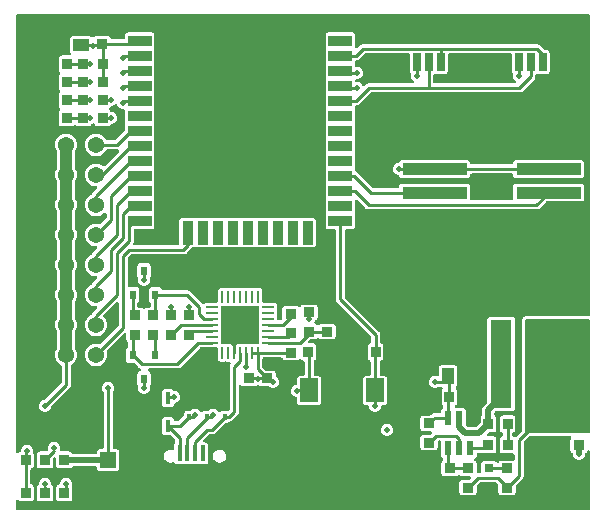
<source format=gtl>
%TF.GenerationSoftware,KiCad,Pcbnew,8.0.4*%
%TF.CreationDate,2024-09-05T11:54:57-04:00*%
%TF.ProjectId,ESP32-RC_R0,45535033-322d-4524-935f-52302e6b6963,0*%
%TF.SameCoordinates,Original*%
%TF.FileFunction,Copper,L1,Top*%
%TF.FilePolarity,Positive*%
%FSLAX46Y46*%
G04 Gerber Fmt 4.6, Leading zero omitted, Abs format (unit mm)*
G04 Created by KiCad (PCBNEW 8.0.4) date 2024-09-05 11:54:57*
%MOMM*%
%LPD*%
G01*
G04 APERTURE LIST*
%TA.AperFunction,SMDPad,CuDef*%
%ADD10R,0.800000X0.800000*%
%TD*%
%TA.AperFunction,SMDPad,CuDef*%
%ADD11R,0.939800X0.812800*%
%TD*%
%TA.AperFunction,SMDPad,CuDef*%
%ADD12R,0.812800X0.939800*%
%TD*%
%TA.AperFunction,SMDPad,CuDef*%
%ADD13R,0.400000X0.480000*%
%TD*%
%TA.AperFunction,SMDPad,CuDef*%
%ADD14R,1.397000X1.016000*%
%TD*%
%TA.AperFunction,SMDPad,CuDef*%
%ADD15R,1.016000X1.397000*%
%TD*%
%TA.AperFunction,SMDPad,CuDef*%
%ADD16R,1.803400X7.493000*%
%TD*%
%TA.AperFunction,SMDPad,CuDef*%
%ADD17R,0.270000X0.990000*%
%TD*%
%TA.AperFunction,SMDPad,CuDef*%
%ADD18R,0.990000X0.270000*%
%TD*%
%TA.AperFunction,SMDPad,CuDef*%
%ADD19R,3.250000X3.250000*%
%TD*%
%TA.AperFunction,ComponentPad*%
%ADD20R,1.370000X1.370000*%
%TD*%
%TA.AperFunction,ComponentPad*%
%ADD21C,1.370000*%
%TD*%
%TA.AperFunction,SMDPad,CuDef*%
%ADD22R,0.660400X1.549400*%
%TD*%
%TA.AperFunction,SMDPad,CuDef*%
%ADD23R,1.295400X1.905000*%
%TD*%
%TA.AperFunction,SMDPad,CuDef*%
%ADD24R,2.000000X0.900000*%
%TD*%
%TA.AperFunction,SMDPad,CuDef*%
%ADD25R,0.900000X2.000000*%
%TD*%
%TA.AperFunction,SMDPad,CuDef*%
%ADD26R,1.330000X1.330000*%
%TD*%
%TA.AperFunction,SMDPad,CuDef*%
%ADD27R,1.500000X2.000000*%
%TD*%
%TA.AperFunction,SMDPad,CuDef*%
%ADD28R,0.600000X0.800000*%
%TD*%
%TA.AperFunction,SMDPad,CuDef*%
%ADD29R,0.400000X1.350000*%
%TD*%
%TA.AperFunction,SMDPad,CuDef*%
%ADD30R,1.800000X1.900000*%
%TD*%
%TA.AperFunction,SMDPad,CuDef*%
%ADD31R,1.900000X1.900000*%
%TD*%
%TA.AperFunction,SMDPad,CuDef*%
%ADD32R,0.600000X1.150000*%
%TD*%
%TA.AperFunction,SMDPad,CuDef*%
%ADD33R,5.500000X1.000000*%
%TD*%
%TA.AperFunction,SMDPad,CuDef*%
%ADD34R,3.000000X1.600000*%
%TD*%
%TA.AperFunction,SMDPad,CuDef*%
%ADD35R,0.460000X1.040000*%
%TD*%
%TA.AperFunction,ViaPad*%
%ADD36C,0.508000*%
%TD*%
%TA.AperFunction,Conductor*%
%ADD37C,0.254000*%
%TD*%
%TA.AperFunction,Conductor*%
%ADD38C,0.508000*%
%TD*%
%TA.AperFunction,Conductor*%
%ADD39C,1.016000*%
%TD*%
G04 APERTURE END LIST*
D10*
%TO.P,D5,1*%
%TO.N,GND*%
X155194000Y-112560000D03*
%TO.P,D5,2*%
%TO.N,Net-(D5-Pad2)*%
X155194000Y-110960000D03*
%TD*%
D11*
%TO.P,R8,1*%
%TO.N,P3V3*%
X138430000Y-101142800D03*
%TO.P,R8,2*%
%TO.N,Net-(U1-~{RST})*%
X138430000Y-99517200D03*
%TD*%
D12*
%TO.P,R9,1*%
%TO.N,P3V3*%
X122478800Y-76708000D03*
%TO.P,R9,2*%
%TO.N,/ESP32/EN*%
X120853200Y-76708000D03*
%TD*%
D13*
%TO.P,D2,1*%
%TO.N,/ESP32/USB_DP*%
X132842000Y-106578000D03*
%TO.P,D2,2*%
%TO.N,GND*%
X132842000Y-105258000D03*
%TD*%
D12*
%TO.P,C7,1*%
%TO.N,/ESP32/IO00*%
X145592800Y-101092000D03*
%TO.P,C7,2*%
%TO.N,GND*%
X143967200Y-101092000D03*
%TD*%
%TO.P,R3,1*%
%TO.N,PVESC*%
X122478800Y-79756000D03*
%TO.P,R3,2*%
%TO.N,/VSNS2*%
X120853200Y-79756000D03*
%TD*%
%TO.P,C10,1*%
%TO.N,PVIN*%
X151841200Y-104902000D03*
%TO.P,C10,2*%
%TO.N,GND*%
X153466800Y-104902000D03*
%TD*%
D11*
%TO.P,R18,1*%
%TO.N,PVIN*%
X150114000Y-107137200D03*
%TO.P,R18,2*%
%TO.N,Net-(U3-EN)*%
X150114000Y-108762800D03*
%TD*%
D13*
%TO.P,D3,1*%
%TO.N,/ESP32/USB_DN*%
X131318000Y-106578000D03*
%TO.P,D3,2*%
%TO.N,GND*%
X131318000Y-105258000D03*
%TD*%
D12*
%TO.P,R1,1*%
%TO.N,PVESC*%
X115976400Y-113030000D03*
%TO.P,R1,2*%
%TO.N,/PVRC*%
X117602000Y-113030000D03*
%TO.P,R1,3*%
%TO.N,P3V3*%
X119227600Y-113030000D03*
%TD*%
D14*
%TO.P,C4,1*%
%TO.N,P3V3*%
X120650000Y-75082400D03*
%TO.P,C4,2*%
%TO.N,GND*%
X120650000Y-73253600D03*
%TD*%
D11*
%TO.P,C2,1*%
%TO.N,P3V3*%
X134874000Y-103327200D03*
%TO.P,C2,2*%
%TO.N,GND*%
X134874000Y-104952800D03*
%TD*%
%TO.P,R15,1*%
%TO.N,/ESP32/DTR*%
X125222000Y-99618800D03*
%TO.P,R15,2*%
%TO.N,Net-(Q1-Pad1)*%
X125222000Y-97993200D03*
%TD*%
D13*
%TO.P,D4,1*%
%TO.N,VBUS*%
X129794000Y-106578000D03*
%TO.P,D4,2*%
%TO.N,GND*%
X129794000Y-105258000D03*
%TD*%
D12*
%TO.P,C8,1*%
%TO.N,Net-(U3-BST)*%
X155143200Y-108966000D03*
%TO.P,C8,2*%
%TO.N,Net-(C8-Pad2)*%
X156768800Y-108966000D03*
%TD*%
D11*
%TO.P,R12,1*%
%TO.N,Net-(U1-VBUS)*%
X141478000Y-99364800D03*
%TO.P,R12,2*%
%TO.N,GND*%
X141478000Y-97739200D03*
%TD*%
D12*
%TO.P,R7,1*%
%TO.N,/VSNS3*%
X119430800Y-81280000D03*
%TO.P,R7,2*%
%TO.N,GND*%
X117805200Y-81280000D03*
%TD*%
D15*
%TO.P,C9,1*%
%TO.N,PVIN*%
X151739600Y-103124000D03*
%TO.P,C9,2*%
%TO.N,GND*%
X153568400Y-103124000D03*
%TD*%
D12*
%TO.P,R17,1*%
%TO.N,Net-(C8-Pad2)*%
X156768800Y-107188000D03*
%TO.P,R17,2*%
%TO.N,Net-(U3-SW)*%
X155143200Y-107188000D03*
%TD*%
D14*
%TO.P,C12,1*%
%TO.N,Net-(C11-Pad1)*%
X159004000Y-107289600D03*
%TO.P,C12,2*%
%TO.N,GND*%
X159004000Y-109118400D03*
%TD*%
D11*
%TO.P,R20,1*%
%TO.N,Net-(C11-Pad1)*%
X156718000Y-112572800D03*
%TO.P,R20,2*%
%TO.N,Net-(D5-Pad2)*%
X156718000Y-110947200D03*
%TD*%
%TO.P,C3,1*%
%TO.N,P3V3*%
X122428000Y-74980800D03*
%TO.P,C3,2*%
%TO.N,GND*%
X122428000Y-73355200D03*
%TD*%
%TO.P,R11,1*%
%TO.N,VBUS*%
X139954000Y-97739200D03*
%TO.P,R11,2*%
%TO.N,Net-(U1-VBUS)*%
X139954000Y-99364800D03*
%TD*%
D12*
%TO.P,R22,1*%
%TO.N,PVESC*%
X115976400Y-110236000D03*
%TO.P,R22,2*%
%TO.N,PVIN*%
X117602000Y-110236000D03*
%TO.P,R22,3*%
%TO.N,/PVBATT*%
X119227600Y-110236000D03*
%TD*%
%TO.P,C6,1*%
%TO.N,/ESP32/EN*%
X139903200Y-101092000D03*
%TO.P,C6,2*%
%TO.N,GND*%
X141528800Y-101092000D03*
%TD*%
D16*
%TO.P,L1,1,1*%
%TO.N,Net-(U3-SW)*%
X156210000Y-102108000D03*
%TO.P,L1,2,2*%
%TO.N,Net-(C11-Pad1)*%
X161798000Y-102108000D03*
%TD*%
D11*
%TO.P,R10,1*%
%TO.N,Net-(U1-~{SUSPEND})*%
X138430000Y-97840800D03*
%TO.P,R10,2*%
%TO.N,GND*%
X138430000Y-96215200D03*
%TD*%
D12*
%TO.P,C5,1*%
%TO.N,/ESP32/EN*%
X119430800Y-76708000D03*
%TO.P,C5,2*%
%TO.N,GND*%
X117805200Y-76708000D03*
%TD*%
D17*
%TO.P,U1,1,DCD*%
%TO.N,unconnected-(U1-DCD-Pad1)*%
X132612000Y-101166000D03*
%TO.P,U1,2,RI/CLK*%
%TO.N,unconnected-(U1-RI{slash}CLK-Pad2)*%
X133112000Y-101166000D03*
%TO.P,U1,3,GND*%
%TO.N,GND*%
X133612000Y-101166000D03*
%TO.P,U1,4,D+*%
%TO.N,/ESP32/USB_DP*%
X134112000Y-101166000D03*
%TO.P,U1,5,D-*%
%TO.N,/ESP32/USB_DN*%
X134612000Y-101166000D03*
%TO.P,U1,6,VDD*%
%TO.N,P3V3*%
X135112000Y-101166000D03*
%TO.P,U1,7,VREGIN*%
X135612000Y-101166000D03*
D18*
%TO.P,U1,8,VBUS*%
%TO.N,Net-(U1-VBUS)*%
X136472000Y-100306000D03*
%TO.P,U1,9,~{RST}*%
%TO.N,Net-(U1-~{RST})*%
X136472000Y-99806000D03*
%TO.P,U1,10,NC*%
%TO.N,unconnected-(U1-NC-Pad10)*%
X136472000Y-99306000D03*
%TO.P,U1,11,~{SUSPEND}*%
%TO.N,Net-(U1-~{SUSPEND})*%
X136472000Y-98806000D03*
%TO.P,U1,12,SUSPEND*%
%TO.N,unconnected-(U1-SUSPEND-Pad12)*%
X136472000Y-98306000D03*
%TO.P,U1,13,CHREN*%
%TO.N,unconnected-(U1-CHREN-Pad13)*%
X136472000Y-97806000D03*
%TO.P,U1,14,CHR1*%
%TO.N,unconnected-(U1-CHR1-Pad14)*%
X136472000Y-97306000D03*
D17*
%TO.P,U1,15,CHR0*%
%TO.N,unconnected-(U1-CHR0-Pad15)*%
X135612000Y-96446000D03*
%TO.P,U1,16,GPIO.3/WAKEUP*%
%TO.N,unconnected-(U1-GPIO.3{slash}WAKEUP-Pad16)*%
X135112000Y-96446000D03*
%TO.P,U1,17,GPIO.2/RS485*%
%TO.N,unconnected-(U1-GPIO.2{slash}RS485-Pad17)*%
X134612000Y-96446000D03*
%TO.P,U1,18,GPIO.1/RXT*%
%TO.N,unconnected-(U1-GPIO.1{slash}RXT-Pad18)*%
X134112000Y-96446000D03*
%TO.P,U1,19,GPIO.0/TXT*%
%TO.N,unconnected-(U1-GPIO.0{slash}TXT-Pad19)*%
X133612000Y-96446000D03*
%TO.P,U1,20,GPIO.6*%
%TO.N,unconnected-(U1-GPIO.6-Pad20)*%
X133112000Y-96446000D03*
%TO.P,U1,21,GPIO.5*%
%TO.N,unconnected-(U1-GPIO.5-Pad21)*%
X132612000Y-96446000D03*
D18*
%TO.P,U1,22,GPIO.4*%
%TO.N,unconnected-(U1-GPIO.4-Pad22)*%
X131752000Y-97306000D03*
%TO.P,U1,23,CTS*%
%TO.N,unconnected-(U1-CTS-Pad23)*%
X131752000Y-97806000D03*
%TO.P,U1,24,RTS*%
%TO.N,/ESP32/RTS*%
X131752000Y-98306000D03*
%TO.P,U1,25,RXD*%
%TO.N,/ESP32/RXD*%
X131752000Y-98806000D03*
%TO.P,U1,26,TXD*%
%TO.N,/ESP32/TXD*%
X131752000Y-99306000D03*
%TO.P,U1,27,DSR*%
%TO.N,unconnected-(U1-DSR-Pad27)*%
X131752000Y-99806000D03*
%TO.P,U1,28,DTR*%
%TO.N,/ESP32/DTR*%
X131752000Y-100306000D03*
D19*
%TO.P,U1,29,GND__1*%
%TO.N,GND*%
X134112000Y-98806000D03*
%TD*%
D12*
%TO.P,R4,1*%
%TO.N,/PVBATT*%
X122478800Y-81280000D03*
%TO.P,R4,2*%
%TO.N,/VSNS3*%
X120853200Y-81280000D03*
%TD*%
D14*
%TO.P,C11,1*%
%TO.N,Net-(C11-Pad1)*%
X161036000Y-107289600D03*
%TO.P,C11,2*%
%TO.N,GND*%
X161036000Y-109118400D03*
%TD*%
D20*
%TO.P,J5,01,01*%
%TO.N,/PVBATT*%
X122936000Y-110236000D03*
D21*
%TO.P,J5,02,02*%
%TO.N,GND*%
X122936000Y-112776000D03*
%TD*%
D11*
%TO.P,C1,1*%
%TO.N,P3V3*%
X136398000Y-103327200D03*
%TO.P,C1,2*%
%TO.N,GND*%
X136398000Y-104952800D03*
%TD*%
D22*
%TO.P,J3,1*%
%TO.N,GND*%
X148106000Y-76558201D03*
%TO.P,J3,2*%
%TO.N,P3V3*%
X149106001Y-76558201D03*
%TO.P,J3,3*%
%TO.N,/SDA*%
X150105999Y-76558201D03*
%TO.P,J3,4*%
%TO.N,/SCL*%
X151106000Y-76558201D03*
D23*
%TO.P,J3,MP1*%
%TO.N,GND*%
X146806001Y-73978201D03*
%TO.P,J3,MP2*%
X152405999Y-73978201D03*
%TD*%
D11*
%TO.P,R16,1*%
%TO.N,/ESP32/RTS*%
X126746000Y-97993200D03*
%TO.P,R16,2*%
%TO.N,Net-(Q2-Pad1)*%
X126746000Y-99618800D03*
%TD*%
D24*
%TO.P,U2,1,GND_1*%
%TO.N,GND*%
X125612000Y-73472000D03*
%TO.P,U2,2,3V3*%
%TO.N,P3V3*%
X125612000Y-74742000D03*
%TO.P,U2,3,EN*%
%TO.N,/ESP32/EN*%
X125612000Y-76012000D03*
%TO.P,U2,4,SENSOR_VP*%
%TO.N,/VSNS1*%
X125612000Y-77282000D03*
%TO.P,U2,5,SENSOR_VN*%
%TO.N,/VSNS2*%
X125612000Y-78552000D03*
%TO.P,U2,6,IO34*%
%TO.N,/VSNS3*%
X125612000Y-79822000D03*
%TO.P,U2,7,IO35*%
%TO.N,unconnected-(U2-IO35-Pad7)*%
X125612000Y-81092000D03*
%TO.P,U2,8,IO32*%
%TO.N,/RC1*%
X125612000Y-82362000D03*
%TO.P,U2,9,IO33*%
%TO.N,/RC2*%
X125612000Y-83632000D03*
%TO.P,U2,10,IO25*%
%TO.N,/RC3*%
X125612000Y-84902000D03*
%TO.P,U2,11,IO26*%
%TO.N,/RC4*%
X125612000Y-86172000D03*
%TO.P,U2,12,IO27*%
%TO.N,/RC5*%
X125612000Y-87442000D03*
%TO.P,U2,13,IO14*%
%TO.N,/RC6*%
X125612000Y-88712000D03*
%TO.P,U2,14,IO12*%
%TO.N,/RC7*%
X125612000Y-89982000D03*
D25*
%TO.P,U2,15,GND_2*%
%TO.N,GND*%
X128397000Y-90982000D03*
%TO.P,U2,16,IO13*%
%TO.N,/RC8*%
X129667000Y-90982000D03*
%TO.P,U2,17,NC_1*%
%TO.N,unconnected-(U2-NC_1-Pad17)*%
X130937000Y-90982000D03*
%TO.P,U2,18,NC_2*%
%TO.N,unconnected-(U2-NC_2-Pad18)*%
X132207000Y-90982000D03*
%TO.P,U2,19,NC_3*%
%TO.N,unconnected-(U2-NC_3-Pad19)*%
X133477000Y-90982000D03*
%TO.P,U2,20,NC_4*%
%TO.N,unconnected-(U2-NC_4-Pad20)*%
X134747000Y-90982000D03*
%TO.P,U2,21,NC_5*%
%TO.N,unconnected-(U2-NC_5-Pad21)*%
X136017000Y-90982000D03*
%TO.P,U2,22,NC_6*%
%TO.N,unconnected-(U2-NC_6-Pad22)*%
X137287000Y-90982000D03*
%TO.P,U2,23,IO15*%
%TO.N,unconnected-(U2-IO15-Pad23)*%
X138557000Y-90982000D03*
%TO.P,U2,24,IO2*%
%TO.N,unconnected-(U2-IO2-Pad24)*%
X139827000Y-90982000D03*
D24*
%TO.P,U2,25,IO0*%
%TO.N,/ESP32/IO00*%
X142612000Y-89982000D03*
%TO.P,U2,26,IO4*%
%TO.N,unconnected-(U2-IO4-Pad26)*%
X142612000Y-88712000D03*
%TO.P,U2,27,IO16*%
%TO.N,/IR_IN*%
X142612000Y-87442000D03*
%TO.P,U2,28,IO17*%
%TO.N,/IR_OUT*%
X142612000Y-86172000D03*
%TO.P,U2,29,IO5*%
%TO.N,/ESP32/IO5*%
X142612000Y-84902000D03*
%TO.P,U2,30,IO18*%
%TO.N,/ESP32/IO18*%
X142612000Y-83632000D03*
%TO.P,U2,31,IO19*%
%TO.N,/ESP32/IO19*%
X142612000Y-82362000D03*
%TO.P,U2,32,NC_7*%
%TO.N,unconnected-(U2-NC_7-Pad32)*%
X142612000Y-81092000D03*
%TO.P,U2,33,IO21*%
%TO.N,/SDA*%
X142612000Y-79822000D03*
%TO.P,U2,34,RXD0*%
%TO.N,/ESP32/RXD0*%
X142612000Y-78552000D03*
%TO.P,U2,35,TXD0*%
%TO.N,/ESP32/TXD0*%
X142612000Y-77282000D03*
%TO.P,U2,36,IO22*%
%TO.N,/SCL*%
X142612000Y-76012000D03*
%TO.P,U2,37,IO23*%
%TO.N,/ESP32/IO23*%
X142612000Y-74742000D03*
%TO.P,U2,38,GND_3*%
%TO.N,GND*%
X142612000Y-73472000D03*
D26*
%TO.P,U2,39,GND_4*%
X133112000Y-80472000D03*
%TO.P,U2,40,GND_5*%
X131277000Y-82307000D03*
%TO.P,U2,41,GND_6*%
X133112000Y-82307000D03*
%TO.P,U2,42,GND_7*%
X134947000Y-82307000D03*
%TO.P,U2,43,GND_8*%
X134947000Y-80472000D03*
%TO.P,U2,44,GND_9*%
X134947000Y-78637000D03*
%TO.P,U2,45,GND_10*%
X133112000Y-78637000D03*
%TO.P,U2,46,GND_11*%
X131277000Y-78637000D03*
%TO.P,U2,47,GND_12*%
X131277000Y-80472000D03*
%TD*%
D27*
%TO.P,S1,1*%
%TO.N,GND*%
X139954000Y-112558000D03*
%TO.P,S1,2*%
%TO.N,/ESP32/EN*%
X139954000Y-104358000D03*
%TD*%
D11*
%TO.P,R14,1*%
%TO.N,/ESP32/RXD*%
X128270000Y-99618800D03*
%TO.P,R14,2*%
%TO.N,/ESP32/TXD0*%
X128270000Y-97993200D03*
%TD*%
%TO.P,R13,1*%
%TO.N,/ESP32/TXD*%
X129794000Y-99618800D03*
%TO.P,R13,2*%
%TO.N,/ESP32/RXD0*%
X129794000Y-97993200D03*
%TD*%
D28*
%TO.P,Q2,1*%
%TO.N,Net-(Q2-Pad1)*%
X126934000Y-101352000D03*
%TO.P,Q2,2*%
%TO.N,/ESP32/DTR*%
X125034000Y-101352000D03*
%TO.P,Q2,3*%
%TO.N,/ESP32/IO00*%
X125984000Y-103372000D03*
%TD*%
D12*
%TO.P,R5,1*%
%TO.N,/VSNS1*%
X119430800Y-78232000D03*
%TO.P,R5,2*%
%TO.N,GND*%
X117805200Y-78232000D03*
%TD*%
D29*
%TO.P,J8,1,VBUS*%
%TO.N,VBUS*%
X129002000Y-109689000D03*
%TO.P,J8,2,D-*%
%TO.N,/ESP32/USB_DN*%
X129652000Y-109689000D03*
%TO.P,J8,3,D+*%
%TO.N,/ESP32/USB_DP*%
X130302000Y-109689000D03*
%TO.P,J8,4,ID*%
%TO.N,unconnected-(J8-ID-Pad4)*%
X130952000Y-109689000D03*
%TO.P,J8,5,GND*%
%TO.N,GND*%
X131602000Y-109689000D03*
D30*
%TO.P,J8,S1*%
X126302000Y-112364000D03*
D31*
%TO.P,J8,S2*%
X129102000Y-112364000D03*
%TO.P,J8,S3*%
X131502000Y-112364000D03*
D30*
%TO.P,J8,S4*%
X134302000Y-112364000D03*
%TD*%
D20*
%TO.P,J1,01,01*%
%TO.N,GND*%
X116840000Y-83566000D03*
D21*
%TO.P,J1,02,02*%
%TO.N,/PVRC*%
X119380000Y-83566000D03*
%TO.P,J1,03,03*%
%TO.N,/RC1*%
X121920000Y-83566000D03*
%TO.P,J1,04,04*%
%TO.N,GND*%
X116840000Y-86106000D03*
%TO.P,J1,05,05*%
%TO.N,/PVRC*%
X119380000Y-86106000D03*
%TO.P,J1,06,06*%
%TO.N,/RC2*%
X121920000Y-86106000D03*
%TO.P,J1,07,07*%
%TO.N,GND*%
X116840000Y-88646000D03*
%TO.P,J1,08,08*%
%TO.N,/PVRC*%
X119380000Y-88646000D03*
%TO.P,J1,09,09*%
%TO.N,/RC3*%
X121920000Y-88646000D03*
%TO.P,J1,10,10*%
%TO.N,GND*%
X116840000Y-91186000D03*
%TO.P,J1,11,11*%
%TO.N,/PVRC*%
X119380000Y-91186000D03*
%TO.P,J1,12,12*%
%TO.N,/RC4*%
X121920000Y-91186000D03*
%TO.P,J1,13,13*%
%TO.N,GND*%
X116840000Y-93726000D03*
%TO.P,J1,14,14*%
%TO.N,/PVRC*%
X119380000Y-93726000D03*
%TO.P,J1,15,15*%
%TO.N,/RC5*%
X121920000Y-93726000D03*
%TO.P,J1,16,16*%
%TO.N,GND*%
X116840000Y-96266000D03*
%TO.P,J1,17,17*%
%TO.N,/PVRC*%
X119380000Y-96266000D03*
%TO.P,J1,18,18*%
%TO.N,/RC6*%
X121920000Y-96266000D03*
%TO.P,J1,19,19*%
%TO.N,GND*%
X116840000Y-98806000D03*
%TO.P,J1,20,20*%
%TO.N,/PVRC*%
X119380000Y-98806000D03*
%TO.P,J1,21,21*%
%TO.N,/RC7*%
X121920000Y-98806000D03*
%TO.P,J1,22,22*%
%TO.N,GND*%
X116840000Y-101346000D03*
%TO.P,J1,23,23*%
%TO.N,/PVRC*%
X119380000Y-101346000D03*
%TO.P,J1,24,24*%
%TO.N,/RC8*%
X121920000Y-101346000D03*
%TD*%
D22*
%TO.P,J4,1*%
%TO.N,GND*%
X156742000Y-76558201D03*
%TO.P,J4,2*%
%TO.N,P3V3*%
X157742001Y-76558201D03*
%TO.P,J4,3*%
%TO.N,/SDA*%
X158741999Y-76558201D03*
%TO.P,J4,4*%
%TO.N,/SCL*%
X159742000Y-76558201D03*
D23*
%TO.P,J4,MP1*%
%TO.N,GND*%
X155442001Y-73978201D03*
%TO.P,J4,MP2*%
X161041999Y-73978201D03*
%TD*%
D28*
%TO.P,Q1,1*%
%TO.N,Net-(Q1-Pad1)*%
X125034000Y-96260000D03*
%TO.P,Q1,2*%
%TO.N,/ESP32/RTS*%
X126934000Y-96260000D03*
%TO.P,Q1,3*%
%TO.N,/ESP32/EN*%
X125984000Y-94240000D03*
%TD*%
D32*
%TO.P,U3,1,GND*%
%TO.N,GND*%
X153604000Y-106650000D03*
%TO.P,U3,2,SW*%
%TO.N,Net-(U3-SW)*%
X152654000Y-106650000D03*
%TO.P,U3,3,VIN*%
%TO.N,PVIN*%
X151704000Y-106650000D03*
%TO.P,U3,4,FB*%
%TO.N,Net-(U3-FB)*%
X151704000Y-109250000D03*
%TO.P,U3,5,EN*%
%TO.N,Net-(U3-EN)*%
X152654000Y-109250000D03*
%TO.P,U3,6,BST*%
%TO.N,Net-(U3-BST)*%
X153604000Y-109250000D03*
%TD*%
D12*
%TO.P,R6,1*%
%TO.N,/VSNS2*%
X119430800Y-79756000D03*
%TO.P,R6,2*%
%TO.N,GND*%
X117805200Y-79756000D03*
%TD*%
D11*
%TO.P,R21,1*%
%TO.N,Net-(U3-FB)*%
X151892000Y-110947200D03*
%TO.P,R21,2*%
%TO.N,GND*%
X151892000Y-112572800D03*
%TD*%
D33*
%TO.P,J6,1*%
%TO.N,/IR_OUT*%
X150586000Y-87598000D03*
%TO.P,J6,2*%
%TO.N,P3V3*%
X150586000Y-85598000D03*
%TO.P,J6,3*%
%TO.N,GND*%
X150586000Y-83598000D03*
D34*
%TO.P,J6,MP1*%
X148336000Y-89998000D03*
%TO.P,J6,MP2*%
X148336000Y-81198000D03*
%TD*%
D11*
%TO.P,R19,1*%
%TO.N,Net-(C11-Pad1)*%
X153416000Y-112572800D03*
%TO.P,R19,2*%
%TO.N,Net-(U3-FB)*%
X153416000Y-110947200D03*
%TD*%
D35*
%TO.P,D1,A*%
%TO.N,VBUS*%
X128016000Y-107362000D03*
%TO.P,D1,C*%
%TO.N,PVESC*%
X128016000Y-104982000D03*
%TD*%
D33*
%TO.P,J7,1*%
%TO.N,/IR_IN*%
X160238000Y-87598000D03*
%TO.P,J7,2*%
%TO.N,P3V3*%
X160238000Y-85598000D03*
%TO.P,J7,3*%
%TO.N,GND*%
X160238000Y-83598000D03*
D34*
%TO.P,J7,MP1*%
X157988000Y-89998000D03*
%TO.P,J7,MP2*%
X157988000Y-81198000D03*
%TD*%
D11*
%TO.P,R23,1*%
%TO.N,Net-(C11-Pad1)*%
X162814000Y-107340400D03*
%TO.P,R23,2*%
%TO.N,P3V3*%
X162814000Y-108966000D03*
%TD*%
D12*
%TO.P,R2,1*%
%TO.N,P3V3*%
X122478800Y-78232000D03*
%TO.P,R2,2*%
%TO.N,/VSNS1*%
X120853200Y-78232000D03*
%TD*%
D27*
%TO.P,S2,1*%
%TO.N,GND*%
X145542000Y-112558000D03*
%TO.P,S2,2*%
%TO.N,/ESP32/IO00*%
X145542000Y-104358000D03*
%TD*%
D36*
%TO.N,P3V3*%
X119380000Y-112268000D03*
X135636000Y-103378000D03*
X162814000Y-109728000D03*
X147574000Y-85598000D03*
X121666000Y-75184000D03*
X149098000Y-77724000D03*
X136906000Y-103632000D03*
X157734000Y-77724000D03*
%TO.N,GND*%
X126746000Y-73152000D03*
X116586000Y-73152000D03*
X157226000Y-93472000D03*
X156210000Y-76708000D03*
X136906000Y-83312000D03*
X134112000Y-98806000D03*
X147574000Y-77216000D03*
X121666000Y-108712000D03*
X126746000Y-113792000D03*
X147066000Y-113792000D03*
X152146000Y-98552000D03*
X116586000Y-103632000D03*
X126746000Y-93472000D03*
X157226000Y-83312000D03*
X141986000Y-108712000D03*
X136906000Y-113792000D03*
X162306000Y-78232000D03*
X157226000Y-73152000D03*
X157226000Y-113792000D03*
X131826000Y-108712000D03*
X131826000Y-88392000D03*
X136906000Y-73152000D03*
X136906000Y-93472000D03*
%TO.N,/ESP32/EN*%
X125984000Y-94996000D03*
X121412000Y-76708000D03*
X124206000Y-76200000D03*
X138938000Y-104394000D03*
%TO.N,/ESP32/IO00*%
X125984000Y-104140000D03*
X145542000Y-105664000D03*
%TO.N,PVESC*%
X116078000Y-109474000D03*
X128524000Y-104902000D03*
X123190000Y-79756000D03*
%TO.N,VBUS*%
X139954000Y-98298000D03*
X130302000Y-106426000D03*
%TO.N,/ESP32/USB_DN*%
X131826000Y-106426000D03*
X134620000Y-102362000D03*
%TO.N,/PVRC*%
X117602000Y-105664000D03*
X117602000Y-112268000D03*
%TO.N,/PVBATT*%
X123190000Y-81280000D03*
X122936000Y-104140000D03*
%TO.N,/ESP32/RXD0*%
X129794000Y-97282000D03*
X144018000Y-78740000D03*
%TO.N,/ESP32/TXD0*%
X144018000Y-77470000D03*
X128270000Y-97282000D03*
%TO.N,/VSNS1*%
X124206000Y-77470000D03*
X121412000Y-78232000D03*
%TO.N,/VSNS2*%
X121412000Y-79756000D03*
X124206000Y-78740000D03*
%TO.N,/VSNS3*%
X121412000Y-81280000D03*
X124206000Y-80010000D03*
%TO.N,PVIN*%
X118364000Y-109220000D03*
X146558000Y-107696000D03*
X150622000Y-103632000D03*
%TD*%
D37*
%TO.N,/ESP32/USB_DP*%
X133604000Y-102362000D02*
X134112000Y-101854000D01*
X134112000Y-101854000D02*
X134112000Y-101166000D01*
X133198000Y-106578000D02*
X133604000Y-106172000D01*
X133604000Y-106172000D02*
X133604000Y-102362000D01*
X132842000Y-106578000D02*
X133198000Y-106578000D01*
%TO.N,P3V3*%
X121666000Y-75184000D02*
X121767600Y-75082400D01*
X121564400Y-75082400D02*
X121666000Y-75184000D01*
X122478800Y-76708000D02*
X122478800Y-75031600D01*
X122326400Y-75082400D02*
X122428000Y-74980800D01*
X121767600Y-75082400D02*
X122326400Y-75082400D01*
X136398000Y-103327200D02*
X135612000Y-102541200D01*
X149098000Y-76566202D02*
X149106001Y-76558201D01*
X135612000Y-102541200D02*
X135612000Y-101166000D01*
X135112000Y-101166000D02*
X135612000Y-101166000D01*
X157734000Y-76566202D02*
X157742001Y-76558201D01*
X135612000Y-101166000D02*
X138406800Y-101166000D01*
X125612000Y-74742000D02*
X125373200Y-74980800D01*
X122478800Y-78232000D02*
X122478800Y-76708000D01*
X135636000Y-103378000D02*
X135686800Y-103327200D01*
X147574000Y-85598000D02*
X150586000Y-85598000D01*
X135686800Y-103327200D02*
X136398000Y-103327200D01*
D38*
X162814000Y-108966000D02*
X162814000Y-109728000D01*
D37*
X150586000Y-85598000D02*
X160238000Y-85598000D01*
X122478800Y-75031600D02*
X122428000Y-74980800D01*
X136448800Y-103378000D02*
X136398000Y-103327200D01*
X149098000Y-77724000D02*
X149098000Y-76566202D01*
X134874000Y-103327200D02*
X135585200Y-103327200D01*
X119380000Y-112268000D02*
X119380000Y-112877600D01*
X119380000Y-112877600D02*
X119227600Y-113030000D01*
X125373200Y-74980800D02*
X122428000Y-74980800D01*
X120650000Y-75082400D02*
X121564400Y-75082400D01*
X135585200Y-103327200D02*
X135636000Y-103378000D01*
X138406800Y-101166000D02*
X138430000Y-101142800D01*
X157734000Y-77724000D02*
X157734000Y-76566202D01*
%TO.N,GND*%
X133612000Y-101166000D02*
X133612000Y-99306000D01*
X133612000Y-99306000D02*
X134112000Y-98806000D01*
%TO.N,/ESP32/EN*%
X139954000Y-103124000D02*
X139954000Y-101142800D01*
X125984000Y-94240000D02*
X125984000Y-94996000D01*
X138974000Y-104358000D02*
X138938000Y-104394000D01*
X124394000Y-76012000D02*
X124206000Y-76200000D01*
X139954000Y-101142800D02*
X139903200Y-101092000D01*
X139954000Y-104358000D02*
X138974000Y-104358000D01*
X139954000Y-104358000D02*
X139954000Y-103124000D01*
X125612000Y-76012000D02*
X124394000Y-76012000D01*
X120853200Y-76708000D02*
X119430800Y-76708000D01*
%TO.N,/ESP32/IO00*%
X145592800Y-99618800D02*
X142612000Y-96638000D01*
X125984000Y-104140000D02*
X125984000Y-103372000D01*
X142612000Y-96638000D02*
X142612000Y-89982000D01*
X145592800Y-101092000D02*
X145592800Y-99618800D01*
X145542000Y-101142800D02*
X145592800Y-101092000D01*
X145542000Y-105664000D02*
X145542000Y-104358000D01*
X145542000Y-101854000D02*
X145542000Y-101142800D01*
X145542000Y-104358000D02*
X145542000Y-101854000D01*
%TO.N,Net-(U3-BST)*%
X153604000Y-109250000D02*
X154859200Y-109250000D01*
X154859200Y-109250000D02*
X155143200Y-108966000D01*
%TO.N,Net-(C8-Pad2)*%
X156768800Y-108966000D02*
X156768800Y-107188000D01*
%TO.N,PVESC*%
X115976400Y-110236000D02*
X115976400Y-109575600D01*
X128524000Y-104902000D02*
X128096000Y-104902000D01*
X115976400Y-110236000D02*
X115976400Y-113030000D01*
X128096000Y-104902000D02*
X128016000Y-104982000D01*
X115976400Y-109575600D02*
X116078000Y-109474000D01*
X123190000Y-79756000D02*
X122478800Y-79756000D01*
%TO.N,VBUS*%
X128016000Y-107362000D02*
X129010000Y-107362000D01*
X130150000Y-106578000D02*
X130302000Y-106426000D01*
X139954000Y-98298000D02*
X139954000Y-97739200D01*
X129002000Y-108348000D02*
X129002000Y-109689000D01*
X129010000Y-107362000D02*
X129794000Y-106578000D01*
X129002000Y-108348000D02*
X128016000Y-107362000D01*
X129794000Y-106578000D02*
X130150000Y-106578000D01*
%TO.N,/ESP32/USB_DP*%
X131318000Y-107696000D02*
X131699000Y-107696000D01*
X131699000Y-107696000D02*
X132817000Y-106578000D01*
X130302000Y-108712000D02*
X131318000Y-107696000D01*
X130302000Y-109689000D02*
X130302000Y-108712000D01*
X132817000Y-106578000D02*
X132842000Y-106578000D01*
%TO.N,/ESP32/USB_DN*%
X131318000Y-106578000D02*
X131674000Y-106578000D01*
X131674000Y-106578000D02*
X131826000Y-106426000D01*
X134612000Y-101166000D02*
X134612000Y-102116000D01*
X131318000Y-106680000D02*
X131318000Y-106578000D01*
X129652000Y-109689000D02*
X129652000Y-108346000D01*
X129652000Y-108346000D02*
X131318000Y-106680000D01*
%TO.N,Net-(D5-Pad2)*%
X156718000Y-110947200D02*
X155206800Y-110947200D01*
X155206800Y-110947200D02*
X155194000Y-110960000D01*
%TO.N,/PVRC*%
X119380000Y-103886000D02*
X119380000Y-101346000D01*
D39*
X119380000Y-83566000D02*
X119380000Y-86106000D01*
D37*
X117602000Y-112522000D02*
X117602000Y-113030000D01*
D39*
X119380000Y-96266000D02*
X119380000Y-98806000D01*
X119380000Y-86106000D02*
X119380000Y-88646000D01*
D37*
X119380000Y-103886000D02*
X117602000Y-105664000D01*
D39*
X119380000Y-91186000D02*
X119380000Y-96266000D01*
X119380000Y-98806000D02*
X119380000Y-101346000D01*
X119380000Y-88646000D02*
X119380000Y-91186000D01*
D37*
%TO.N,/RC3*%
X121920000Y-87884000D02*
X121920000Y-88646000D01*
X124902000Y-84902000D02*
X121920000Y-87884000D01*
X125612000Y-84902000D02*
X124902000Y-84902000D01*
%TO.N,/RC2*%
X124902000Y-83632000D02*
X122428000Y-86106000D01*
X122428000Y-86106000D02*
X121920000Y-86106000D01*
X125612000Y-83632000D02*
X124902000Y-83632000D01*
%TO.N,/RC4*%
X125612000Y-86172000D02*
X124902000Y-86172000D01*
X123190000Y-89916000D02*
X121920000Y-91186000D01*
X124902000Y-86172000D02*
X123190000Y-87884000D01*
X123190000Y-87884000D02*
X123190000Y-89916000D01*
%TO.N,/RC1*%
X123698000Y-83566000D02*
X121920000Y-83566000D01*
X125612000Y-82362000D02*
X124902000Y-82362000D01*
X124902000Y-82362000D02*
X123698000Y-83566000D01*
%TO.N,/RC6*%
X124902000Y-88712000D02*
X124206000Y-89408000D01*
X124206000Y-89408000D02*
X124206000Y-91440000D01*
X124206000Y-91440000D02*
X123190000Y-92456000D01*
X123190000Y-94234000D02*
X121920000Y-95504000D01*
X121920000Y-95504000D02*
X121920000Y-96266000D01*
X125612000Y-88712000D02*
X124902000Y-88712000D01*
X123190000Y-92456000D02*
X123190000Y-94234000D01*
%TO.N,/RC7*%
X121920000Y-98044000D02*
X121920000Y-98806000D01*
X124714000Y-91694000D02*
X123698000Y-92710000D01*
X124714000Y-90424000D02*
X124714000Y-91694000D01*
X123698000Y-96266000D02*
X121920000Y-98044000D01*
X125156000Y-89982000D02*
X124714000Y-90424000D01*
X123698000Y-92710000D02*
X123698000Y-96266000D01*
X125612000Y-89982000D02*
X125156000Y-89982000D01*
%TO.N,/RC5*%
X123698000Y-91186000D02*
X121920000Y-92964000D01*
X121920000Y-92964000D02*
X121920000Y-93726000D01*
X124902000Y-87442000D02*
X123698000Y-88646000D01*
X123698000Y-88646000D02*
X123698000Y-91186000D01*
X125612000Y-87442000D02*
X124902000Y-87442000D01*
%TO.N,/RC8*%
X121920000Y-101346000D02*
X124206000Y-99060000D01*
X129286000Y-92456000D02*
X129667000Y-92075000D01*
X129667000Y-92075000D02*
X129667000Y-90982000D01*
X124206000Y-92964000D02*
X124714000Y-92456000D01*
X124714000Y-92456000D02*
X129286000Y-92456000D01*
X124206000Y-99060000D02*
X124206000Y-92964000D01*
%TO.N,/SDA*%
X158741999Y-77732001D02*
X157734000Y-78740000D01*
X150105999Y-78740000D02*
X150105999Y-76558201D01*
X157734000Y-78740000D02*
X150105999Y-78740000D01*
X143952000Y-79822000D02*
X145034000Y-78740000D01*
X145034000Y-78740000D02*
X150105999Y-78740000D01*
X158741999Y-76558201D02*
X158741999Y-77732001D01*
X142612000Y-79822000D02*
X143952000Y-79822000D01*
%TO.N,/SCL*%
X151106000Y-75451901D02*
X151130000Y-75427901D01*
X159742000Y-76558201D02*
X159742000Y-75922000D01*
X144536099Y-75427901D02*
X143952000Y-76012000D01*
X151106000Y-76558201D02*
X151106000Y-75451901D01*
X151130000Y-75427901D02*
X144536099Y-75427901D01*
X159247901Y-75427901D02*
X151130000Y-75427901D01*
X143952000Y-76012000D02*
X142612000Y-76012000D01*
X159742000Y-75922000D02*
X159247901Y-75427901D01*
%TO.N,/PVBATT*%
X122936000Y-104140000D02*
X122936000Y-110236000D01*
X123190000Y-81280000D02*
X122478800Y-81280000D01*
D38*
X122936000Y-110236000D02*
X119227600Y-110236000D01*
D37*
%TO.N,/IR_OUT*%
X142612000Y-86172000D02*
X143798000Y-86172000D01*
X143798000Y-86172000D02*
X145224000Y-87598000D01*
X145224000Y-87598000D02*
X150586000Y-87598000D01*
%TO.N,/IR_IN*%
X143830000Y-87442000D02*
X145034000Y-88646000D01*
X145034000Y-88646000D02*
X159190000Y-88646000D01*
X142612000Y-87442000D02*
X143830000Y-87442000D01*
X159190000Y-88646000D02*
X160238000Y-87598000D01*
D38*
%TO.N,Net-(U3-SW)*%
X152654000Y-107442000D02*
X153162000Y-107950000D01*
X154381200Y-107950000D02*
X155143200Y-107188000D01*
X156210000Y-104902000D02*
X156210000Y-102108000D01*
X153162000Y-107950000D02*
X154381200Y-107950000D01*
X152654000Y-106650000D02*
X152654000Y-107442000D01*
X155143200Y-107188000D02*
X155143200Y-105968800D01*
X155143200Y-105968800D02*
X156210000Y-104902000D01*
D37*
%TO.N,Net-(Q1-Pad1)*%
X125034000Y-97805200D02*
X125222000Y-97993200D01*
X125034000Y-96260000D02*
X125034000Y-97805200D01*
%TO.N,/ESP32/RTS*%
X131097400Y-98306000D02*
X130632200Y-97840800D01*
X129635600Y-96260000D02*
X126934000Y-96260000D01*
X126934000Y-97805200D02*
X126746000Y-97993200D01*
X130632200Y-97256600D02*
X129635600Y-96260000D01*
X131752000Y-98306000D02*
X131097400Y-98306000D01*
X126934000Y-96260000D02*
X126934000Y-97805200D01*
X130632200Y-97840800D02*
X130632200Y-97256600D01*
%TO.N,Net-(Q2-Pad1)*%
X126746000Y-99618800D02*
X126934000Y-99806800D01*
X126934000Y-99806800D02*
X126934000Y-101352000D01*
%TO.N,/ESP32/DTR*%
X128778000Y-102108000D02*
X125790000Y-102108000D01*
X131752000Y-100306000D02*
X130580000Y-100306000D01*
X125034000Y-99806800D02*
X125222000Y-99618800D01*
X125034000Y-101352000D02*
X125034000Y-99806800D01*
X125790000Y-102108000D02*
X125034000Y-101352000D01*
X130580000Y-100306000D02*
X128778000Y-102108000D01*
%TO.N,Net-(U1-~{RST})*%
X136472000Y-99806000D02*
X138141200Y-99806000D01*
X138141200Y-99806000D02*
X138430000Y-99517200D01*
%TO.N,Net-(U1-~{SUSPEND})*%
X137769600Y-98806000D02*
X138430000Y-98145600D01*
X136472000Y-98806000D02*
X137769600Y-98806000D01*
%TO.N,Net-(U1-VBUS)*%
X139954000Y-99364800D02*
X141478000Y-99364800D01*
X136472000Y-100306000D02*
X139216000Y-100306000D01*
X139954000Y-99568000D02*
X139954000Y-99517200D01*
X139216000Y-100306000D02*
X139954000Y-99568000D01*
%TO.N,/ESP32/TXD*%
X131752000Y-99306000D02*
X130106800Y-99306000D01*
X130106800Y-99306000D02*
X129794000Y-99618800D01*
%TO.N,/ESP32/RXD0*%
X142800000Y-78740000D02*
X142612000Y-78552000D01*
X129794000Y-97993200D02*
X129794000Y-97282000D01*
X144018000Y-78740000D02*
X142800000Y-78740000D01*
%TO.N,/ESP32/TXD0*%
X128270000Y-97993200D02*
X128270000Y-97282000D01*
X142800000Y-77470000D02*
X142612000Y-77282000D01*
X144018000Y-77470000D02*
X142800000Y-77470000D01*
%TO.N,/ESP32/RXD*%
X129082800Y-98806000D02*
X128270000Y-99618800D01*
X131752000Y-98806000D02*
X129082800Y-98806000D01*
%TO.N,Net-(U3-EN)*%
X150114000Y-108762800D02*
X150672800Y-108204000D01*
X152400000Y-108204000D02*
X152654000Y-108458000D01*
X152654000Y-108458000D02*
X152654000Y-109250000D01*
X150672800Y-108204000D02*
X152400000Y-108204000D01*
%TO.N,Net-(U3-FB)*%
X151704000Y-110759200D02*
X151892000Y-110947200D01*
X153416000Y-110947200D02*
X151892000Y-110947200D01*
X151704000Y-109250000D02*
X151704000Y-110759200D01*
%TO.N,/VSNS1*%
X120853200Y-78232000D02*
X119430800Y-78232000D01*
X124394000Y-77282000D02*
X124206000Y-77470000D01*
X125612000Y-77282000D02*
X124394000Y-77282000D01*
%TO.N,/VSNS2*%
X120853200Y-79756000D02*
X119430800Y-79756000D01*
X125612000Y-78552000D02*
X124394000Y-78552000D01*
X124394000Y-78552000D02*
X124206000Y-78740000D01*
%TO.N,/VSNS3*%
X125612000Y-79822000D02*
X124394000Y-79822000D01*
X120853200Y-81280000D02*
X119430800Y-81280000D01*
X124394000Y-79822000D02*
X124206000Y-80010000D01*
%TO.N,PVIN*%
X151739600Y-103124000D02*
X151841200Y-103225600D01*
X151841200Y-103225600D02*
X151841200Y-104902000D01*
X151704000Y-106650000D02*
X151704000Y-105039200D01*
X117602000Y-110236000D02*
X118364000Y-109474000D01*
X150601200Y-106650000D02*
X151704000Y-106650000D01*
X151739600Y-103124000D02*
X151231600Y-103632000D01*
X151704000Y-105039200D02*
X151841200Y-104902000D01*
X150114000Y-107137200D02*
X150601200Y-106650000D01*
X151231600Y-103632000D02*
X150622000Y-103632000D01*
%TO.N,Net-(C11-Pad1)*%
X156718000Y-112572800D02*
X156718000Y-112522000D01*
X157734000Y-111556800D02*
X157734000Y-108559600D01*
X156718000Y-112572800D02*
X157734000Y-111556800D01*
X156718000Y-112522000D02*
X155956000Y-111760000D01*
X157734000Y-108559600D02*
X159004000Y-107289600D01*
X154228800Y-111760000D02*
X153416000Y-112572800D01*
X155956000Y-111760000D02*
X154228800Y-111760000D01*
%TD*%
%TA.AperFunction,Conductor*%
%TO.N,Net-(C11-Pad1)*%
G36*
X163695421Y-98318002D02*
G01*
X163741914Y-98371658D01*
X163753300Y-98424000D01*
X163753300Y-107824000D01*
X163733298Y-107892121D01*
X163679642Y-107938614D01*
X163627300Y-107950000D01*
X158368000Y-107950000D01*
X158299879Y-107929998D01*
X158253386Y-107876342D01*
X158242000Y-107824000D01*
X158242000Y-98424000D01*
X158262002Y-98355879D01*
X158315658Y-98309386D01*
X158368000Y-98298000D01*
X163627300Y-98298000D01*
X163695421Y-98318002D01*
G37*
%TD.AperFunction*%
%TD*%
%TA.AperFunction,Conductor*%
%TO.N,GND*%
G36*
X132951933Y-97195500D02*
G01*
X133272066Y-97195499D01*
X133337422Y-97182500D01*
X133386577Y-97182500D01*
X133451933Y-97195500D01*
X133772066Y-97195499D01*
X133837422Y-97182500D01*
X133886577Y-97182500D01*
X133951933Y-97195500D01*
X134272066Y-97195499D01*
X134337422Y-97182500D01*
X134386577Y-97182500D01*
X134451933Y-97195500D01*
X134772066Y-97195499D01*
X134837422Y-97182500D01*
X134886577Y-97182500D01*
X134951933Y-97195500D01*
X135272066Y-97195499D01*
X135337422Y-97182500D01*
X135386577Y-97182500D01*
X135451933Y-97195500D01*
X135596500Y-97195499D01*
X135664620Y-97215501D01*
X135711113Y-97269156D01*
X135722500Y-97321498D01*
X135722500Y-97466063D01*
X135722502Y-97466075D01*
X135735499Y-97531421D01*
X135735499Y-97580582D01*
X135722500Y-97645929D01*
X135722500Y-97966063D01*
X135722502Y-97966075D01*
X135735499Y-98031421D01*
X135735499Y-98080582D01*
X135722500Y-98145929D01*
X135722500Y-98466063D01*
X135722502Y-98466075D01*
X135735499Y-98531421D01*
X135735499Y-98580582D01*
X135722500Y-98645929D01*
X135722500Y-98966063D01*
X135722502Y-98966075D01*
X135735499Y-99031421D01*
X135735499Y-99080582D01*
X135722500Y-99145929D01*
X135722500Y-99466063D01*
X135722502Y-99466075D01*
X135735499Y-99531421D01*
X135735499Y-99580582D01*
X135722500Y-99645929D01*
X135722500Y-99966063D01*
X135722502Y-99966075D01*
X135735499Y-100031421D01*
X135735499Y-100080582D01*
X135722500Y-100145929D01*
X135722500Y-100290500D01*
X135702498Y-100358621D01*
X135648842Y-100405114D01*
X135596501Y-100416500D01*
X135451936Y-100416500D01*
X135451924Y-100416502D01*
X135386578Y-100429499D01*
X135337418Y-100429499D01*
X135272067Y-100416500D01*
X134951936Y-100416500D01*
X134951924Y-100416502D01*
X134886578Y-100429499D01*
X134837418Y-100429499D01*
X134772067Y-100416500D01*
X134451936Y-100416500D01*
X134451924Y-100416502D01*
X134386578Y-100429499D01*
X134337418Y-100429499D01*
X134272067Y-100416500D01*
X133951936Y-100416500D01*
X133951926Y-100416501D01*
X133877699Y-100431265D01*
X133793515Y-100487516D01*
X133737265Y-100571697D01*
X133737265Y-100571699D01*
X133735577Y-100580185D01*
X133702667Y-100643094D01*
X133640971Y-100678223D01*
X133570076Y-100674420D01*
X133512492Y-100632892D01*
X133488420Y-100580178D01*
X133486734Y-100571699D01*
X133430484Y-100487516D01*
X133430483Y-100487515D01*
X133346302Y-100431266D01*
X133272068Y-100416500D01*
X132951936Y-100416500D01*
X132951924Y-100416502D01*
X132886578Y-100429499D01*
X132837418Y-100429499D01*
X132821302Y-100426293D01*
X132772069Y-100416500D01*
X132772067Y-100416500D01*
X132627499Y-100416500D01*
X132559378Y-100396498D01*
X132512885Y-100342842D01*
X132501499Y-100290500D01*
X132501499Y-100145936D01*
X132501498Y-100145929D01*
X132497236Y-100124500D01*
X132488500Y-100080578D01*
X132488500Y-100031421D01*
X132501500Y-99966067D01*
X132501499Y-99645934D01*
X132488500Y-99580578D01*
X132488500Y-99531421D01*
X132501500Y-99466067D01*
X132501499Y-99145934D01*
X132488500Y-99080578D01*
X132488500Y-99031421D01*
X132501500Y-98966067D01*
X132501499Y-98645934D01*
X132488500Y-98580578D01*
X132488500Y-98531421D01*
X132501500Y-98466067D01*
X132501499Y-98145934D01*
X132488500Y-98080578D01*
X132488500Y-98031421D01*
X132501500Y-97966067D01*
X132501499Y-97645934D01*
X132488500Y-97580578D01*
X132488500Y-97531421D01*
X132501500Y-97466067D01*
X132501499Y-97321498D01*
X132521501Y-97253379D01*
X132575156Y-97206886D01*
X132627499Y-97195499D01*
X132772064Y-97195499D01*
X132772066Y-97195499D01*
X132837422Y-97182500D01*
X132886577Y-97182500D01*
X132951933Y-97195500D01*
G37*
%TD.AperFunction*%
%TA.AperFunction,Conductor*%
G36*
X148463422Y-75829403D02*
G01*
X148509915Y-75883059D01*
X148521301Y-75935401D01*
X148521301Y-77357964D01*
X148521302Y-77357974D01*
X148536066Y-77432200D01*
X148536066Y-77432201D01*
X148536067Y-77432202D01*
X148583437Y-77503096D01*
X148604652Y-77570847D01*
X148603389Y-77591029D01*
X148584271Y-77723996D01*
X148584271Y-77724003D01*
X148605079Y-77868727D01*
X148605081Y-77868734D01*
X148665824Y-78001743D01*
X148730977Y-78076934D01*
X148761580Y-78112251D01*
X148783756Y-78126503D01*
X148830248Y-78180159D01*
X148840351Y-78250433D01*
X148810858Y-78315013D01*
X148751131Y-78353396D01*
X148715634Y-78358500D01*
X144983775Y-78358500D01*
X144924390Y-78374412D01*
X144886741Y-78384500D01*
X144812244Y-78427512D01*
X144799756Y-78434721D01*
X144799750Y-78434726D01*
X144679461Y-78555015D01*
X144617149Y-78589040D01*
X144546333Y-78583974D01*
X144489498Y-78541428D01*
X144475752Y-78518261D01*
X144450176Y-78462257D01*
X144354421Y-78351750D01*
X144354420Y-78351749D01*
X144250310Y-78284842D01*
X144231411Y-78272696D01*
X144196336Y-78262397D01*
X144091114Y-78231500D01*
X144091111Y-78231500D01*
X143992499Y-78231500D01*
X143924378Y-78211498D01*
X143877885Y-78157842D01*
X143866499Y-78105500D01*
X143866499Y-78104500D01*
X143886501Y-78036379D01*
X143940157Y-77989886D01*
X143992499Y-77978500D01*
X144091108Y-77978500D01*
X144091111Y-77978500D01*
X144231411Y-77937304D01*
X144354421Y-77858250D01*
X144450176Y-77747743D01*
X144510919Y-77614734D01*
X144517655Y-77567886D01*
X144531729Y-77470003D01*
X144531729Y-77469996D01*
X144510920Y-77325272D01*
X144510919Y-77325271D01*
X144510919Y-77325266D01*
X144450176Y-77192257D01*
X144354421Y-77081750D01*
X144354420Y-77081749D01*
X144252215Y-77016066D01*
X144231411Y-77002696D01*
X144196336Y-76992397D01*
X144091114Y-76961500D01*
X144091111Y-76961500D01*
X143992499Y-76961500D01*
X143924378Y-76941498D01*
X143877885Y-76887842D01*
X143866499Y-76835500D01*
X143866499Y-76806936D01*
X143866498Y-76806927D01*
X143851734Y-76732700D01*
X143851734Y-76732699D01*
X143841245Y-76717001D01*
X143820030Y-76649251D01*
X143838812Y-76580784D01*
X143841218Y-76577038D01*
X143851734Y-76561301D01*
X143856725Y-76536206D01*
X143864939Y-76494918D01*
X143897847Y-76432008D01*
X143959542Y-76396877D01*
X143988518Y-76393500D01*
X144002223Y-76393500D01*
X144002225Y-76393500D01*
X144099254Y-76367501D01*
X144099257Y-76367499D01*
X144099258Y-76367499D01*
X144170270Y-76326500D01*
X144186247Y-76317276D01*
X144257276Y-76246247D01*
X144657217Y-75846306D01*
X144719529Y-75812280D01*
X144746312Y-75809401D01*
X148395301Y-75809401D01*
X148463422Y-75829403D01*
G37*
%TD.AperFunction*%
%TA.AperFunction,Conductor*%
G36*
X157099422Y-75829403D02*
G01*
X157145915Y-75883059D01*
X157157301Y-75935401D01*
X157157301Y-77357964D01*
X157157302Y-77357974D01*
X157172066Y-77432200D01*
X157172066Y-77432201D01*
X157172067Y-77432202D01*
X157219437Y-77503096D01*
X157240652Y-77570847D01*
X157239389Y-77591029D01*
X157220271Y-77723996D01*
X157220271Y-77724003D01*
X157241079Y-77868727D01*
X157241081Y-77868734D01*
X157301824Y-78001743D01*
X157366977Y-78076934D01*
X157397580Y-78112251D01*
X157419756Y-78126503D01*
X157466248Y-78180159D01*
X157476351Y-78250433D01*
X157446858Y-78315013D01*
X157387131Y-78353396D01*
X157351634Y-78358500D01*
X150613499Y-78358500D01*
X150545378Y-78338498D01*
X150498885Y-78284842D01*
X150487499Y-78232500D01*
X150487499Y-77682079D01*
X150507501Y-77613958D01*
X150561157Y-77567465D01*
X150631431Y-77557361D01*
X150664191Y-77569915D01*
X150665032Y-77567886D01*
X150676496Y-77572634D01*
X150676498Y-77572634D01*
X150676499Y-77572635D01*
X150750733Y-77587401D01*
X151461266Y-77587400D01*
X151461269Y-77587399D01*
X151461273Y-77587399D01*
X151510526Y-77577602D01*
X151535501Y-77572635D01*
X151619684Y-77516385D01*
X151675934Y-77432202D01*
X151690700Y-77357968D01*
X151690699Y-75935400D01*
X151710701Y-75867280D01*
X151764357Y-75820787D01*
X151816699Y-75809401D01*
X157031301Y-75809401D01*
X157099422Y-75829403D01*
G37*
%TD.AperFunction*%
%TA.AperFunction,Conductor*%
G36*
X163695421Y-72486702D02*
G01*
X163741914Y-72540358D01*
X163753300Y-72592700D01*
X163753300Y-97912500D01*
X163733298Y-97980621D01*
X163679642Y-98027114D01*
X163627300Y-98038500D01*
X158367993Y-98038500D01*
X158312838Y-98044430D01*
X158260516Y-98055812D01*
X158260510Y-98055813D01*
X158260499Y-98055816D01*
X158247707Y-98059325D01*
X158233710Y-98063165D01*
X158233709Y-98063166D01*
X158162971Y-98103446D01*
X158145720Y-98113270D01*
X158145713Y-98113275D01*
X158092076Y-98159752D01*
X158092058Y-98159769D01*
X158059944Y-98193049D01*
X158059944Y-98193050D01*
X158013014Y-98282767D01*
X158013013Y-98282770D01*
X157993011Y-98350891D01*
X157982821Y-98421766D01*
X157982500Y-98424002D01*
X157982500Y-107719387D01*
X157962498Y-107787508D01*
X157945595Y-107808482D01*
X157499753Y-108254324D01*
X157490584Y-108263493D01*
X157481419Y-108272657D01*
X157419105Y-108306679D01*
X157348289Y-108301610D01*
X157322325Y-108288321D01*
X157274502Y-108256366D01*
X157251718Y-108251834D01*
X157188808Y-108218926D01*
X157153677Y-108157231D01*
X157150300Y-108128255D01*
X157150300Y-108025744D01*
X157170302Y-107957623D01*
X157223958Y-107911130D01*
X157251721Y-107902165D01*
X157261973Y-107900125D01*
X157274501Y-107897634D01*
X157358684Y-107841384D01*
X157414934Y-107757201D01*
X157429700Y-107682967D01*
X157429699Y-106693034D01*
X157429698Y-106693030D01*
X157429698Y-106693026D01*
X157414934Y-106618799D01*
X157394020Y-106587500D01*
X157358684Y-106534616D01*
X157353000Y-106530818D01*
X157274502Y-106478366D01*
X157200268Y-106463600D01*
X156337336Y-106463600D01*
X156337326Y-106463601D01*
X156263099Y-106478365D01*
X156178915Y-106534616D01*
X156122666Y-106618797D01*
X156107900Y-106693030D01*
X156107900Y-107682963D01*
X156107901Y-107682973D01*
X156122665Y-107757200D01*
X156178916Y-107841384D01*
X156263097Y-107897634D01*
X156278128Y-107900623D01*
X156285879Y-107902165D01*
X156348789Y-107935071D01*
X156383922Y-107996765D01*
X156387300Y-108025744D01*
X156387300Y-108128255D01*
X156367298Y-108196376D01*
X156313642Y-108242869D01*
X156285883Y-108251834D01*
X156263098Y-108256366D01*
X156178915Y-108312616D01*
X156122666Y-108396797D01*
X156107900Y-108471030D01*
X156107900Y-109460963D01*
X156107901Y-109460973D01*
X156122665Y-109535200D01*
X156178916Y-109619384D01*
X156263097Y-109675633D01*
X156263099Y-109675634D01*
X156337333Y-109690400D01*
X157200266Y-109690399D01*
X157201914Y-109690071D01*
X157202793Y-109690149D01*
X157206428Y-109689792D01*
X157206495Y-109690480D01*
X157272627Y-109696396D01*
X157328696Y-109739947D01*
X157352319Y-109806899D01*
X157352500Y-109813649D01*
X157352500Y-110161022D01*
X157332498Y-110229143D01*
X157278842Y-110275636D01*
X157219157Y-110285585D01*
X157219157Y-110286300D01*
X157214872Y-110286300D01*
X157214171Y-110286417D01*
X157212981Y-110286300D01*
X156223036Y-110286300D01*
X156223026Y-110286301D01*
X156148799Y-110301065D01*
X156064615Y-110357316D01*
X156019399Y-110424985D01*
X155964921Y-110470512D01*
X155894478Y-110479359D01*
X155830435Y-110448717D01*
X155809870Y-110424985D01*
X155777484Y-110376516D01*
X155777482Y-110376515D01*
X155777482Y-110376514D01*
X155693302Y-110320266D01*
X155619068Y-110305500D01*
X154768936Y-110305500D01*
X154768926Y-110305501D01*
X154694699Y-110320265D01*
X154610515Y-110376516D01*
X154554266Y-110460697D01*
X154539500Y-110534930D01*
X154539500Y-110534933D01*
X154539500Y-110950165D01*
X154539501Y-111252500D01*
X154519499Y-111320621D01*
X154465843Y-111367114D01*
X154413501Y-111378500D01*
X154286759Y-111378500D01*
X154286743Y-111378499D01*
X154279025Y-111378499D01*
X154266400Y-111378499D01*
X154198279Y-111358497D01*
X154151786Y-111304841D01*
X154140400Y-111252499D01*
X154140399Y-110515736D01*
X154140398Y-110515726D01*
X154125634Y-110441499D01*
X154117926Y-110429963D01*
X154069384Y-110357316D01*
X154050499Y-110344697D01*
X153974882Y-110294170D01*
X153976207Y-110292186D01*
X153934084Y-110258240D01*
X153911665Y-110190876D01*
X153929225Y-110122085D01*
X153981188Y-110073708D01*
X153992045Y-110069988D01*
X153991836Y-110069483D01*
X154003299Y-110064734D01*
X154003301Y-110064734D01*
X154087484Y-110008484D01*
X154143734Y-109924301D01*
X154158500Y-109850067D01*
X154158500Y-109757500D01*
X154178502Y-109689379D01*
X154232158Y-109642886D01*
X154284500Y-109631500D01*
X154533227Y-109631500D01*
X154601348Y-109651502D01*
X154603220Y-109652729D01*
X154637499Y-109675634D01*
X154711733Y-109690400D01*
X155574666Y-109690399D01*
X155574669Y-109690398D01*
X155574673Y-109690398D01*
X155623926Y-109680601D01*
X155648901Y-109675634D01*
X155733084Y-109619384D01*
X155789334Y-109535201D01*
X155804100Y-109460967D01*
X155804099Y-108471034D01*
X155804098Y-108471030D01*
X155804098Y-108471026D01*
X155789334Y-108396799D01*
X155745588Y-108331330D01*
X155733084Y-108312616D01*
X155724199Y-108306679D01*
X155648902Y-108256366D01*
X155574669Y-108241600D01*
X155574667Y-108241600D01*
X155112916Y-108241600D01*
X155044795Y-108221598D01*
X154998302Y-108167942D01*
X154988198Y-108097668D01*
X155017692Y-108033088D01*
X155023821Y-108026505D01*
X155101022Y-107949304D01*
X155163334Y-107915278D01*
X155190117Y-107912399D01*
X155574664Y-107912399D01*
X155574666Y-107912399D01*
X155574669Y-107912398D01*
X155574672Y-107912398D01*
X155626120Y-107902165D01*
X155648901Y-107897634D01*
X155733084Y-107841384D01*
X155789334Y-107757201D01*
X155804100Y-107682967D01*
X155804099Y-106693034D01*
X155804098Y-106693030D01*
X155804098Y-106693026D01*
X155789334Y-106618799D01*
X155768420Y-106587500D01*
X155733084Y-106534616D01*
X155733083Y-106534615D01*
X155707697Y-106517652D01*
X155662170Y-106463175D01*
X155651700Y-106412888D01*
X155651700Y-106234999D01*
X155671702Y-106166878D01*
X155725358Y-106120385D01*
X155777700Y-106108999D01*
X157136764Y-106108999D01*
X157136766Y-106108999D01*
X157136769Y-106108998D01*
X157136772Y-106108998D01*
X157193308Y-106097753D01*
X157211001Y-106094234D01*
X157295184Y-106037984D01*
X157351434Y-105953801D01*
X157366200Y-105879567D01*
X157366199Y-98336434D01*
X157363093Y-98320819D01*
X157351434Y-98262199D01*
X157339876Y-98244901D01*
X157295184Y-98178016D01*
X157284186Y-98170667D01*
X157211002Y-98121766D01*
X157136767Y-98107000D01*
X155283236Y-98107000D01*
X155283226Y-98107001D01*
X155208999Y-98121765D01*
X155124815Y-98178016D01*
X155068566Y-98262197D01*
X155053800Y-98336430D01*
X155053800Y-105286880D01*
X155033798Y-105355001D01*
X155016896Y-105375975D01*
X154736298Y-105656573D01*
X154687131Y-105741734D01*
X154669354Y-105772523D01*
X154669353Y-105772524D01*
X154669353Y-105772526D01*
X154634700Y-105901855D01*
X154634700Y-105901856D01*
X154634700Y-106412888D01*
X154614698Y-106481009D01*
X154578703Y-106517652D01*
X154553315Y-106534615D01*
X154497066Y-106618797D01*
X154482300Y-106693030D01*
X154482300Y-107077582D01*
X154462298Y-107145703D01*
X154445395Y-107166677D01*
X154207477Y-107404595D01*
X154145165Y-107438621D01*
X154118382Y-107441500D01*
X153424818Y-107441500D01*
X153356697Y-107421498D01*
X153335723Y-107404595D01*
X153245404Y-107314276D01*
X153211378Y-107251964D01*
X153208499Y-107225190D01*
X153208499Y-106049934D01*
X153208498Y-106049930D01*
X153208498Y-106049926D01*
X153193734Y-105975699D01*
X153137483Y-105891515D01*
X153053302Y-105835266D01*
X152979069Y-105820500D01*
X152449675Y-105820500D01*
X152381554Y-105800498D01*
X152335061Y-105746842D01*
X152324957Y-105676568D01*
X152354451Y-105611988D01*
X152379666Y-105589740D01*
X152431084Y-105555384D01*
X152487334Y-105471201D01*
X152502100Y-105396967D01*
X152502099Y-104407034D01*
X152502098Y-104407030D01*
X152502098Y-104407026D01*
X152487334Y-104332799D01*
X152487333Y-104332797D01*
X152431084Y-104248616D01*
X152431082Y-104248615D01*
X152431082Y-104248614D01*
X152406312Y-104232062D01*
X152360785Y-104177584D01*
X152351939Y-104107141D01*
X152382582Y-104043098D01*
X152406312Y-104022535D01*
X152431084Y-104005984D01*
X152487334Y-103921801D01*
X152502100Y-103847567D01*
X152502099Y-102400434D01*
X152502098Y-102400430D01*
X152502098Y-102400426D01*
X152487334Y-102326199D01*
X152460139Y-102285500D01*
X152431084Y-102242016D01*
X152431083Y-102242015D01*
X152346902Y-102185766D01*
X152272667Y-102171000D01*
X151206536Y-102171000D01*
X151206526Y-102171001D01*
X151132299Y-102185765D01*
X151048115Y-102242016D01*
X150991866Y-102326197D01*
X150977100Y-102400430D01*
X150977100Y-103037983D01*
X150957098Y-103106104D01*
X150903442Y-103152597D01*
X150833168Y-103162701D01*
X150815602Y-103158879D01*
X150695116Y-103123501D01*
X150695113Y-103123500D01*
X150695111Y-103123500D01*
X150548889Y-103123500D01*
X150548885Y-103123500D01*
X150408589Y-103164696D01*
X150408587Y-103164697D01*
X150285579Y-103243749D01*
X150189824Y-103354256D01*
X150129081Y-103487265D01*
X150129079Y-103487272D01*
X150108271Y-103631996D01*
X150108271Y-103632003D01*
X150129079Y-103776727D01*
X150129081Y-103776734D01*
X150189824Y-103909743D01*
X150285579Y-104020250D01*
X150408589Y-104099304D01*
X150528039Y-104134378D01*
X150548885Y-104140499D01*
X150548886Y-104140499D01*
X150548889Y-104140500D01*
X150548892Y-104140500D01*
X150695108Y-104140500D01*
X150695111Y-104140500D01*
X150835411Y-104099304D01*
X150922869Y-104043098D01*
X150937801Y-104033502D01*
X151005922Y-104013500D01*
X151021142Y-104013500D01*
X151089263Y-104033502D01*
X151091145Y-104034736D01*
X151132297Y-104062233D01*
X151132299Y-104062234D01*
X151162328Y-104068207D01*
X151225238Y-104101113D01*
X151260371Y-104162808D01*
X151256571Y-104233703D01*
X151242513Y-104261788D01*
X151195066Y-104332797D01*
X151180300Y-104407030D01*
X151180300Y-105396963D01*
X151180301Y-105396973D01*
X151195065Y-105471200D01*
X151242028Y-105541484D01*
X151251316Y-105555384D01*
X151266503Y-105565532D01*
X151312029Y-105620006D01*
X151322500Y-105670295D01*
X151322500Y-105756023D01*
X151302498Y-105824144D01*
X151266503Y-105860787D01*
X151220515Y-105891515D01*
X151164266Y-105975697D01*
X151149500Y-106049930D01*
X151149500Y-106142500D01*
X151129498Y-106210621D01*
X151075842Y-106257114D01*
X151023500Y-106268500D01*
X150651425Y-106268500D01*
X150550975Y-106268500D01*
X150508189Y-106279964D01*
X150453942Y-106294499D01*
X150366956Y-106344721D01*
X150366950Y-106344726D01*
X150272280Y-106439396D01*
X150209968Y-106473421D01*
X150183185Y-106476300D01*
X149619036Y-106476300D01*
X149619026Y-106476301D01*
X149544799Y-106491065D01*
X149460615Y-106547316D01*
X149404366Y-106631497D01*
X149389600Y-106705730D01*
X149389600Y-107568663D01*
X149389601Y-107568673D01*
X149404365Y-107642900D01*
X149460616Y-107727084D01*
X149544797Y-107783333D01*
X149544799Y-107783334D01*
X149619033Y-107798100D01*
X150234988Y-107798099D01*
X150303108Y-107818101D01*
X150349601Y-107871757D01*
X150359705Y-107942030D01*
X150330212Y-108006611D01*
X150324082Y-108013194D01*
X150272281Y-108064995D01*
X150209969Y-108099021D01*
X150183186Y-108101900D01*
X149619036Y-108101900D01*
X149619026Y-108101901D01*
X149544799Y-108116665D01*
X149460615Y-108172916D01*
X149404366Y-108257097D01*
X149389600Y-108331330D01*
X149389600Y-109194263D01*
X149389601Y-109194273D01*
X149404365Y-109268500D01*
X149460616Y-109352684D01*
X149544797Y-109408933D01*
X149544799Y-109408934D01*
X149619033Y-109423700D01*
X150608966Y-109423699D01*
X150608969Y-109423698D01*
X150608973Y-109423698D01*
X150658226Y-109413901D01*
X150683201Y-109408934D01*
X150767384Y-109352684D01*
X150823634Y-109268501D01*
X150838400Y-109194267D01*
X150838399Y-108711499D01*
X150858401Y-108643379D01*
X150912056Y-108596886D01*
X150964399Y-108585500D01*
X151023500Y-108585500D01*
X151091621Y-108605502D01*
X151138114Y-108659158D01*
X151149500Y-108711500D01*
X151149500Y-109850063D01*
X151149501Y-109850073D01*
X151164265Y-109924300D01*
X151164267Y-109924302D01*
X151220516Y-110008484D01*
X151266502Y-110039211D01*
X151312030Y-110093688D01*
X151322500Y-110143976D01*
X151322500Y-110233917D01*
X151302498Y-110302038D01*
X151266504Y-110338681D01*
X151238617Y-110357315D01*
X151238615Y-110357316D01*
X151182366Y-110441497D01*
X151167600Y-110515730D01*
X151167600Y-111378663D01*
X151167601Y-111378673D01*
X151182365Y-111452900D01*
X151238616Y-111537084D01*
X151322797Y-111593333D01*
X151322799Y-111593334D01*
X151397033Y-111608100D01*
X152386966Y-111608099D01*
X152386969Y-111608098D01*
X152386973Y-111608098D01*
X152436226Y-111598301D01*
X152461201Y-111593334D01*
X152545384Y-111537084D01*
X152549234Y-111531321D01*
X152603710Y-111485793D01*
X152674153Y-111476944D01*
X152738198Y-111507584D01*
X152758766Y-111531322D01*
X152762616Y-111537084D01*
X152846797Y-111593333D01*
X152846799Y-111593334D01*
X152921033Y-111608100D01*
X153536987Y-111608099D01*
X153605107Y-111628101D01*
X153651600Y-111681757D01*
X153661704Y-111752030D01*
X153632211Y-111816611D01*
X153626081Y-111823194D01*
X153574280Y-111874995D01*
X153511968Y-111909021D01*
X153485185Y-111911900D01*
X152921036Y-111911900D01*
X152921026Y-111911901D01*
X152846799Y-111926665D01*
X152762615Y-111982916D01*
X152706366Y-112067097D01*
X152691600Y-112141330D01*
X152691600Y-113004263D01*
X152691601Y-113004273D01*
X152706365Y-113078500D01*
X152762616Y-113162684D01*
X152846797Y-113218933D01*
X152846799Y-113218934D01*
X152921033Y-113233700D01*
X153910966Y-113233699D01*
X153910969Y-113233698D01*
X153910973Y-113233698D01*
X153960226Y-113223901D01*
X153985201Y-113218934D01*
X154069384Y-113162684D01*
X154125634Y-113078501D01*
X154140400Y-113004267D01*
X154140399Y-112440113D01*
X154160401Y-112371993D01*
X154177304Y-112351018D01*
X154349919Y-112178404D01*
X154412231Y-112144379D01*
X154439014Y-112141500D01*
X155745787Y-112141500D01*
X155813908Y-112161502D01*
X155834882Y-112178405D01*
X155956695Y-112300218D01*
X155990721Y-112362530D01*
X155993600Y-112389313D01*
X155993600Y-113004263D01*
X155993601Y-113004273D01*
X156008365Y-113078500D01*
X156064616Y-113162684D01*
X156148797Y-113218933D01*
X156148799Y-113218934D01*
X156223033Y-113233700D01*
X157212966Y-113233699D01*
X157212969Y-113233698D01*
X157212973Y-113233698D01*
X157262226Y-113223901D01*
X157287201Y-113218934D01*
X157371384Y-113162684D01*
X157427634Y-113078501D01*
X157442400Y-113004267D01*
X157442399Y-112440112D01*
X157462401Y-112371992D01*
X157479299Y-112351022D01*
X158039276Y-111791047D01*
X158089501Y-111704054D01*
X158115500Y-111607025D01*
X158115500Y-108769813D01*
X158135502Y-108701692D01*
X158152405Y-108680718D01*
X158586718Y-108246405D01*
X158649030Y-108212379D01*
X158675813Y-108209500D01*
X162036215Y-108209500D01*
X162104336Y-108229502D01*
X162150829Y-108283158D01*
X162160933Y-108353432D01*
X162140980Y-108405502D01*
X162104366Y-108460297D01*
X162089600Y-108534530D01*
X162089600Y-109397463D01*
X162089601Y-109397473D01*
X162104365Y-109471700D01*
X162154632Y-109546928D01*
X162160616Y-109555884D01*
X162244593Y-109611996D01*
X162290121Y-109666473D01*
X162297196Y-109718988D01*
X162300271Y-109718988D01*
X162300271Y-109728000D01*
X162302145Y-109741036D01*
X162304217Y-109755442D01*
X162305500Y-109773376D01*
X162305500Y-109794944D01*
X162313045Y-109823106D01*
X162316054Y-109837779D01*
X162321080Y-109872730D01*
X162321081Y-109872733D01*
X162329444Y-109891048D01*
X162336534Y-109910770D01*
X162340152Y-109924274D01*
X162358516Y-109956080D01*
X162364006Y-109966728D01*
X162381824Y-110005743D01*
X162381825Y-110005744D01*
X162390023Y-110015205D01*
X162403918Y-110034717D01*
X162407096Y-110040222D01*
X162407098Y-110040225D01*
X162407099Y-110040226D01*
X162438413Y-110071540D01*
X162444532Y-110078111D01*
X162476505Y-110115011D01*
X162477580Y-110116251D01*
X162477581Y-110116252D01*
X162481698Y-110118898D01*
X162497199Y-110131390D01*
X162501769Y-110134896D01*
X162501774Y-110134901D01*
X162546699Y-110160839D01*
X162551774Y-110163932D01*
X162600589Y-110195304D01*
X162600591Y-110195304D01*
X162600592Y-110195305D01*
X162601650Y-110195788D01*
X162611445Y-110199244D01*
X162617717Y-110201842D01*
X162617726Y-110201847D01*
X162635861Y-110206706D01*
X162675108Y-110217222D01*
X162678001Y-110218033D01*
X162740889Y-110236500D01*
X162740892Y-110236500D01*
X162887109Y-110236500D01*
X162887111Y-110236500D01*
X162950050Y-110218018D01*
X162952795Y-110217247D01*
X163010274Y-110201847D01*
X163010281Y-110201842D01*
X163016552Y-110199245D01*
X163026346Y-110195790D01*
X163027407Y-110195304D01*
X163027411Y-110195304D01*
X163076225Y-110163932D01*
X163081300Y-110160838D01*
X163126226Y-110134901D01*
X163126229Y-110134897D01*
X163130816Y-110131378D01*
X163146307Y-110118893D01*
X163150421Y-110116250D01*
X163183482Y-110078094D01*
X163189570Y-110071555D01*
X163220901Y-110040226D01*
X163224079Y-110034720D01*
X163237977Y-110015203D01*
X163246176Y-110005743D01*
X163263992Y-109966727D01*
X163269484Y-109956078D01*
X163274799Y-109946871D01*
X163287847Y-109924274D01*
X163291463Y-109910775D01*
X163298559Y-109891038D01*
X163306919Y-109872734D01*
X163311946Y-109837766D01*
X163314954Y-109823106D01*
X163322500Y-109794945D01*
X163322500Y-109773376D01*
X163323783Y-109755442D01*
X163325855Y-109741036D01*
X163327729Y-109728000D01*
X163327729Y-109718988D01*
X163330956Y-109718988D01*
X163338776Y-109664459D01*
X163383403Y-109611998D01*
X163467384Y-109555884D01*
X163522536Y-109473344D01*
X163577013Y-109427818D01*
X163647456Y-109418971D01*
X163711500Y-109449612D01*
X163748811Y-109510014D01*
X163753300Y-109543348D01*
X163753300Y-114351300D01*
X163733298Y-114419421D01*
X163679642Y-114465914D01*
X163627300Y-114477300D01*
X115264700Y-114477300D01*
X115196579Y-114457298D01*
X115150086Y-114403642D01*
X115138700Y-114351300D01*
X115138700Y-113727867D01*
X115158702Y-113659746D01*
X115212358Y-113613253D01*
X115282632Y-113603149D01*
X115347212Y-113632643D01*
X115369465Y-113657866D01*
X115386515Y-113683384D01*
X115470697Y-113739633D01*
X115470699Y-113739634D01*
X115544933Y-113754400D01*
X116407866Y-113754399D01*
X116407869Y-113754398D01*
X116407873Y-113754398D01*
X116457126Y-113744601D01*
X116482101Y-113739634D01*
X116566284Y-113683384D01*
X116622534Y-113599201D01*
X116637300Y-113524967D01*
X116637299Y-112535034D01*
X116637298Y-112535030D01*
X116941100Y-112535030D01*
X116941100Y-113524963D01*
X116941101Y-113524973D01*
X116955865Y-113599200D01*
X117012116Y-113683384D01*
X117096297Y-113739633D01*
X117096299Y-113739634D01*
X117170533Y-113754400D01*
X118033466Y-113754399D01*
X118033469Y-113754398D01*
X118033473Y-113754398D01*
X118082726Y-113744601D01*
X118107701Y-113739634D01*
X118191884Y-113683384D01*
X118248134Y-113599201D01*
X118262900Y-113524967D01*
X118262899Y-112535034D01*
X118262898Y-112535030D01*
X118566700Y-112535030D01*
X118566700Y-113524963D01*
X118566701Y-113524973D01*
X118581465Y-113599200D01*
X118637716Y-113683384D01*
X118721897Y-113739633D01*
X118721899Y-113739634D01*
X118796133Y-113754400D01*
X119659066Y-113754399D01*
X119659069Y-113754398D01*
X119659073Y-113754398D01*
X119708326Y-113744601D01*
X119733301Y-113739634D01*
X119817484Y-113683384D01*
X119873734Y-113599201D01*
X119888500Y-113524967D01*
X119888499Y-112535034D01*
X119873734Y-112460799D01*
X119873733Y-112460797D01*
X119873458Y-112459414D01*
X119872320Y-112416901D01*
X119893729Y-112268003D01*
X119893729Y-112267996D01*
X119872920Y-112123272D01*
X119872919Y-112123271D01*
X119872919Y-112123266D01*
X119812176Y-111990257D01*
X119716421Y-111879750D01*
X119716420Y-111879749D01*
X119618175Y-111816611D01*
X119593411Y-111800696D01*
X119558336Y-111790397D01*
X119453114Y-111759500D01*
X119453111Y-111759500D01*
X119306889Y-111759500D01*
X119306885Y-111759500D01*
X119166589Y-111800696D01*
X119166587Y-111800697D01*
X119043579Y-111879749D01*
X118947824Y-111990256D01*
X118887081Y-112123265D01*
X118887079Y-112123272D01*
X118875459Y-112204093D01*
X118845966Y-112268674D01*
X118786240Y-112307057D01*
X118775322Y-112309740D01*
X118721899Y-112320365D01*
X118637715Y-112376616D01*
X118581466Y-112460797D01*
X118566700Y-112535030D01*
X118262898Y-112535030D01*
X118262898Y-112535029D01*
X118262898Y-112535026D01*
X118248134Y-112460799D01*
X118191884Y-112376616D01*
X118171628Y-112363081D01*
X118126101Y-112308603D01*
X118116914Y-112276249D01*
X118115728Y-112268003D01*
X118115729Y-112268000D01*
X118094919Y-112123266D01*
X118034176Y-111990257D01*
X117938421Y-111879750D01*
X117938420Y-111879749D01*
X117840175Y-111816611D01*
X117815411Y-111800696D01*
X117780336Y-111790397D01*
X117675114Y-111759500D01*
X117675111Y-111759500D01*
X117528889Y-111759500D01*
X117528885Y-111759500D01*
X117388589Y-111800696D01*
X117388587Y-111800697D01*
X117265579Y-111879749D01*
X117169824Y-111990256D01*
X117109081Y-112123265D01*
X117109079Y-112123272D01*
X117087084Y-112276249D01*
X117057591Y-112340830D01*
X117032372Y-112363080D01*
X117012118Y-112376613D01*
X117012115Y-112376616D01*
X116955866Y-112460797D01*
X116941100Y-112535030D01*
X116637298Y-112535030D01*
X116637298Y-112535029D01*
X116637298Y-112535026D01*
X116622534Y-112460799D01*
X116613756Y-112447662D01*
X116566284Y-112376616D01*
X116566280Y-112376613D01*
X116482102Y-112320366D01*
X116459318Y-112315834D01*
X116396408Y-112282926D01*
X116361277Y-112221231D01*
X116357900Y-112192255D01*
X116357900Y-111073744D01*
X116377902Y-111005623D01*
X116431558Y-110959130D01*
X116459321Y-110950165D01*
X116469573Y-110948125D01*
X116482101Y-110945634D01*
X116566284Y-110889384D01*
X116622534Y-110805201D01*
X116637300Y-110730967D01*
X116637299Y-109741034D01*
X116637298Y-109741030D01*
X116941100Y-109741030D01*
X116941100Y-110730963D01*
X116941101Y-110730973D01*
X116955865Y-110805200D01*
X117012116Y-110889384D01*
X117096297Y-110945633D01*
X117096299Y-110945634D01*
X117170533Y-110960400D01*
X118033466Y-110960399D01*
X118033469Y-110960398D01*
X118033473Y-110960398D01*
X118084920Y-110950165D01*
X118107701Y-110945634D01*
X118191884Y-110889384D01*
X118248134Y-110805201D01*
X118262900Y-110730967D01*
X118262899Y-110166811D01*
X118282901Y-110098691D01*
X118299799Y-110077722D01*
X118351607Y-110025914D01*
X118413917Y-109991890D01*
X118484732Y-109996955D01*
X118541568Y-110039502D01*
X118566379Y-110106022D01*
X118566700Y-110115011D01*
X118566700Y-110730963D01*
X118566701Y-110730973D01*
X118581465Y-110805200D01*
X118637716Y-110889384D01*
X118721897Y-110945633D01*
X118721899Y-110945634D01*
X118796133Y-110960400D01*
X119659066Y-110960399D01*
X119659069Y-110960398D01*
X119659073Y-110960398D01*
X119710520Y-110950165D01*
X119733301Y-110945634D01*
X119817484Y-110889384D01*
X119873734Y-110805201D01*
X119873734Y-110805200D01*
X119876877Y-110800497D01*
X119931355Y-110754970D01*
X119981642Y-110744500D01*
X121870501Y-110744500D01*
X121938622Y-110764502D01*
X121985115Y-110818158D01*
X121996501Y-110870500D01*
X121996501Y-110946072D01*
X122011265Y-111020300D01*
X122067516Y-111104484D01*
X122151697Y-111160733D01*
X122151699Y-111160734D01*
X122225933Y-111175500D01*
X123646066Y-111175499D01*
X123646069Y-111175498D01*
X123646073Y-111175498D01*
X123695326Y-111165701D01*
X123720301Y-111160734D01*
X123804484Y-111104484D01*
X123860734Y-111020301D01*
X123875500Y-110946067D01*
X123875499Y-109525934D01*
X123875498Y-109525930D01*
X123875498Y-109525926D01*
X123860734Y-109451699D01*
X123839884Y-109420495D01*
X123804484Y-109367516D01*
X123804483Y-109367515D01*
X123720302Y-109311266D01*
X123646069Y-109296500D01*
X123646067Y-109296500D01*
X123443500Y-109296500D01*
X123375379Y-109276498D01*
X123328886Y-109222842D01*
X123317500Y-109170500D01*
X123317500Y-104523221D01*
X123337502Y-104455100D01*
X123348273Y-104440711D01*
X123368176Y-104417743D01*
X123428919Y-104284734D01*
X123446450Y-104162808D01*
X123449729Y-104140003D01*
X123449729Y-104139996D01*
X123428920Y-103995272D01*
X123428919Y-103995271D01*
X123428919Y-103995266D01*
X123368176Y-103862257D01*
X123272421Y-103751750D01*
X123272420Y-103751749D01*
X123210916Y-103712223D01*
X123149411Y-103672696D01*
X123114336Y-103662397D01*
X123009114Y-103631500D01*
X123009111Y-103631500D01*
X122862889Y-103631500D01*
X122862885Y-103631500D01*
X122722589Y-103672696D01*
X122722587Y-103672697D01*
X122599579Y-103751749D01*
X122503824Y-103862256D01*
X122443081Y-103995265D01*
X122443079Y-103995272D01*
X122422271Y-104139996D01*
X122422271Y-104140003D01*
X122443079Y-104284727D01*
X122443081Y-104284734D01*
X122503824Y-104417743D01*
X122523723Y-104440708D01*
X122553217Y-104505287D01*
X122554500Y-104523221D01*
X122554500Y-109170500D01*
X122534498Y-109238621D01*
X122480842Y-109285114D01*
X122428501Y-109296500D01*
X122225936Y-109296500D01*
X122225926Y-109296501D01*
X122151699Y-109311265D01*
X122067515Y-109367516D01*
X122011266Y-109451697D01*
X121996500Y-109525930D01*
X121996500Y-109601500D01*
X121976498Y-109669621D01*
X121922842Y-109716114D01*
X121870500Y-109727500D01*
X119981641Y-109727500D01*
X119913520Y-109707498D01*
X119876876Y-109671502D01*
X119873732Y-109666797D01*
X119817484Y-109582616D01*
X119804624Y-109574023D01*
X119733302Y-109526366D01*
X119659069Y-109511600D01*
X118981214Y-109511600D01*
X118913093Y-109491598D01*
X118866600Y-109437942D01*
X118856496Y-109367668D01*
X118856497Y-109367668D01*
X118857557Y-109360300D01*
X118869606Y-109276498D01*
X118877729Y-109220003D01*
X118877729Y-109219996D01*
X118856920Y-109075272D01*
X118856919Y-109075271D01*
X118856919Y-109075266D01*
X118796176Y-108942257D01*
X118700421Y-108831750D01*
X118700420Y-108831749D01*
X118587998Y-108759500D01*
X118577411Y-108752696D01*
X118532463Y-108739498D01*
X118437114Y-108711500D01*
X118437111Y-108711500D01*
X118290889Y-108711500D01*
X118290885Y-108711500D01*
X118150589Y-108752696D01*
X118150587Y-108752697D01*
X118027579Y-108831749D01*
X117931824Y-108942256D01*
X117871081Y-109075265D01*
X117871079Y-109075272D01*
X117850271Y-109219996D01*
X117850271Y-109220003D01*
X117869981Y-109357089D01*
X117859878Y-109427363D01*
X117834359Y-109464116D01*
X117823780Y-109474695D01*
X117761468Y-109508721D01*
X117734685Y-109511600D01*
X117170536Y-109511600D01*
X117170526Y-109511601D01*
X117096299Y-109526365D01*
X117012115Y-109582616D01*
X116955866Y-109666797D01*
X116941100Y-109741030D01*
X116637298Y-109741030D01*
X116637298Y-109741026D01*
X116622534Y-109666801D01*
X116622534Y-109666799D01*
X116601193Y-109634861D01*
X116579979Y-109567114D01*
X116581241Y-109546938D01*
X116591729Y-109474000D01*
X116591729Y-109473996D01*
X116570920Y-109329272D01*
X116570919Y-109329271D01*
X116570919Y-109329266D01*
X116510176Y-109196257D01*
X116414421Y-109085750D01*
X116414420Y-109085749D01*
X116352916Y-109046223D01*
X116291411Y-109006696D01*
X116256336Y-108996397D01*
X116151114Y-108965500D01*
X116151111Y-108965500D01*
X116004889Y-108965500D01*
X116004885Y-108965500D01*
X115864589Y-109006696D01*
X115864587Y-109006697D01*
X115741579Y-109085749D01*
X115645824Y-109196256D01*
X115585081Y-109329265D01*
X115585079Y-109329271D01*
X115571963Y-109420495D01*
X115542470Y-109485075D01*
X115482743Y-109523458D01*
X115471833Y-109526140D01*
X115470699Y-109526365D01*
X115386516Y-109582615D01*
X115369464Y-109608135D01*
X115314986Y-109653662D01*
X115244542Y-109662508D01*
X115180499Y-109631866D01*
X115143189Y-109571463D01*
X115138700Y-109538131D01*
X115138700Y-105663996D01*
X117088271Y-105663996D01*
X117088271Y-105664003D01*
X117109079Y-105808727D01*
X117109081Y-105808734D01*
X117169824Y-105941743D01*
X117265579Y-106052250D01*
X117388589Y-106131304D01*
X117497523Y-106163290D01*
X117528885Y-106172499D01*
X117528886Y-106172499D01*
X117528889Y-106172500D01*
X117528892Y-106172500D01*
X117675108Y-106172500D01*
X117675111Y-106172500D01*
X117815411Y-106131304D01*
X117938421Y-106052250D01*
X118034176Y-105941743D01*
X118094919Y-105808734D01*
X118105429Y-105735630D01*
X118134921Y-105671053D01*
X118141023Y-105664498D01*
X119685276Y-104120247D01*
X119735502Y-104033253D01*
X119761501Y-103936225D01*
X119761501Y-103835775D01*
X119761501Y-103828058D01*
X119761500Y-103828040D01*
X119761500Y-102286381D01*
X119781502Y-102218260D01*
X119835158Y-102171767D01*
X119836069Y-102171356D01*
X119852338Y-102164113D01*
X120012111Y-102048030D01*
X120062801Y-101991733D01*
X120144252Y-101901273D01*
X120144252Y-101901272D01*
X120144258Y-101901266D01*
X120243004Y-101730234D01*
X120244218Y-101726500D01*
X120304032Y-101542409D01*
X120324675Y-101346000D01*
X120304032Y-101149591D01*
X120243004Y-100961766D01*
X120222893Y-100926933D01*
X120159381Y-100816926D01*
X120142500Y-100753926D01*
X120142500Y-99398073D01*
X120159381Y-99335073D01*
X120243003Y-99190235D01*
X120243004Y-99190234D01*
X120304032Y-99002409D01*
X120324675Y-98806000D01*
X120304032Y-98609591D01*
X120303254Y-98607198D01*
X120243004Y-98421766D01*
X120243003Y-98421764D01*
X120159381Y-98276926D01*
X120142500Y-98213926D01*
X120142500Y-96858073D01*
X120159381Y-96795073D01*
X120221071Y-96688223D01*
X120243004Y-96650234D01*
X120304032Y-96462409D01*
X120324675Y-96266000D01*
X120304032Y-96069591D01*
X120304031Y-96069589D01*
X120243004Y-95881766D01*
X120243003Y-95881764D01*
X120159381Y-95736926D01*
X120142500Y-95673926D01*
X120142500Y-94318073D01*
X120159381Y-94255073D01*
X120243003Y-94110235D01*
X120243004Y-94110234D01*
X120304032Y-93922409D01*
X120324675Y-93726000D01*
X120304032Y-93529591D01*
X120243004Y-93341766D01*
X120243003Y-93341764D01*
X120159381Y-93196926D01*
X120142500Y-93133926D01*
X120142500Y-91778073D01*
X120159381Y-91715073D01*
X120243003Y-91570235D01*
X120243004Y-91570234D01*
X120304032Y-91382409D01*
X120324675Y-91186000D01*
X120304032Y-90989591D01*
X120281763Y-90921055D01*
X120243004Y-90801766D01*
X120243003Y-90801764D01*
X120159381Y-90656926D01*
X120142500Y-90593926D01*
X120142500Y-89238073D01*
X120159381Y-89175073D01*
X120243003Y-89030235D01*
X120243004Y-89030234D01*
X120304032Y-88842409D01*
X120324675Y-88646000D01*
X120304032Y-88449591D01*
X120273420Y-88355378D01*
X120243004Y-88261766D01*
X120243003Y-88261764D01*
X120159381Y-88116926D01*
X120142500Y-88053926D01*
X120142500Y-86698073D01*
X120159381Y-86635073D01*
X120243003Y-86490235D01*
X120243004Y-86490234D01*
X120304032Y-86302409D01*
X120324675Y-86106000D01*
X120304032Y-85909591D01*
X120290104Y-85866726D01*
X120243004Y-85721766D01*
X120243003Y-85721764D01*
X120159381Y-85576926D01*
X120142500Y-85513926D01*
X120142500Y-84158073D01*
X120159381Y-84095073D01*
X120243003Y-83950235D01*
X120243004Y-83950234D01*
X120304032Y-83762409D01*
X120324675Y-83566000D01*
X120304032Y-83369591D01*
X120304032Y-83369590D01*
X120243005Y-83181767D01*
X120208210Y-83121501D01*
X120144258Y-83010734D01*
X120144254Y-83010729D01*
X120144252Y-83010726D01*
X120012114Y-82863972D01*
X119852338Y-82747887D01*
X119671921Y-82667561D01*
X119478745Y-82626500D01*
X119281255Y-82626500D01*
X119088078Y-82667561D01*
X118907662Y-82747887D01*
X118747886Y-82863971D01*
X118615747Y-83010726D01*
X118615743Y-83010733D01*
X118516994Y-83181767D01*
X118455967Y-83369590D01*
X118435325Y-83566000D01*
X118455967Y-83762409D01*
X118516995Y-83950233D01*
X118516996Y-83950235D01*
X118600619Y-84095073D01*
X118617500Y-84158073D01*
X118617500Y-85513926D01*
X118600619Y-85576926D01*
X118516996Y-85721764D01*
X118516995Y-85721766D01*
X118455967Y-85909590D01*
X118435325Y-86106000D01*
X118455967Y-86302409D01*
X118516995Y-86490233D01*
X118516996Y-86490235D01*
X118600619Y-86635073D01*
X118617500Y-86698073D01*
X118617500Y-88053926D01*
X118600619Y-88116926D01*
X118516996Y-88261764D01*
X118516995Y-88261766D01*
X118455967Y-88449590D01*
X118435325Y-88646000D01*
X118455967Y-88842409D01*
X118516995Y-89030233D01*
X118516996Y-89030235D01*
X118600619Y-89175073D01*
X118617500Y-89238073D01*
X118617500Y-90593926D01*
X118600619Y-90656926D01*
X118516996Y-90801764D01*
X118516995Y-90801766D01*
X118455967Y-90989590D01*
X118435325Y-91186000D01*
X118455967Y-91382409D01*
X118516995Y-91570233D01*
X118516996Y-91570235D01*
X118600619Y-91715073D01*
X118617500Y-91778073D01*
X118617500Y-93133926D01*
X118600619Y-93196926D01*
X118516996Y-93341764D01*
X118516995Y-93341766D01*
X118455967Y-93529590D01*
X118435325Y-93726000D01*
X118455967Y-93922409D01*
X118516995Y-94110233D01*
X118516996Y-94110235D01*
X118600619Y-94255073D01*
X118617500Y-94318073D01*
X118617500Y-95673926D01*
X118600619Y-95736926D01*
X118516996Y-95881764D01*
X118516995Y-95881766D01*
X118455967Y-96069590D01*
X118435325Y-96266000D01*
X118455967Y-96462409D01*
X118516995Y-96650233D01*
X118516996Y-96650235D01*
X118600619Y-96795073D01*
X118617500Y-96858073D01*
X118617500Y-98213926D01*
X118600619Y-98276926D01*
X118516996Y-98421764D01*
X118516995Y-98421766D01*
X118455967Y-98609590D01*
X118435325Y-98806000D01*
X118455967Y-99002409D01*
X118516995Y-99190233D01*
X118516996Y-99190235D01*
X118600619Y-99335073D01*
X118617500Y-99398073D01*
X118617500Y-100753926D01*
X118600619Y-100816926D01*
X118516996Y-100961764D01*
X118516995Y-100961766D01*
X118455967Y-101149590D01*
X118435325Y-101346000D01*
X118455967Y-101542409D01*
X118516994Y-101730232D01*
X118558218Y-101801633D01*
X118615742Y-101901266D01*
X118615744Y-101901269D01*
X118615747Y-101901273D01*
X118747885Y-102048027D01*
X118747888Y-102048029D01*
X118747889Y-102048030D01*
X118907662Y-102164113D01*
X118923746Y-102171274D01*
X118977842Y-102217250D01*
X118998494Y-102285177D01*
X118998500Y-102286381D01*
X118998500Y-103675787D01*
X118978498Y-103743908D01*
X118961595Y-103764882D01*
X117607698Y-105118778D01*
X117545386Y-105152804D01*
X117536536Y-105154400D01*
X117528892Y-105155499D01*
X117388589Y-105196696D01*
X117388587Y-105196697D01*
X117265579Y-105275749D01*
X117169824Y-105386256D01*
X117109081Y-105519265D01*
X117109079Y-105519272D01*
X117088271Y-105663996D01*
X115138700Y-105663996D01*
X115138700Y-76213030D01*
X118769900Y-76213030D01*
X118769900Y-77202963D01*
X118769901Y-77202973D01*
X118784665Y-77277200D01*
X118840916Y-77361384D01*
X118846680Y-77365236D01*
X118892207Y-77419714D01*
X118901054Y-77490157D01*
X118870412Y-77554200D01*
X118846680Y-77574764D01*
X118840915Y-77578615D01*
X118784666Y-77662797D01*
X118769900Y-77737030D01*
X118769900Y-78726963D01*
X118769901Y-78726973D01*
X118784665Y-78801200D01*
X118840916Y-78885384D01*
X118846680Y-78889236D01*
X118892207Y-78943714D01*
X118901054Y-79014157D01*
X118870412Y-79078200D01*
X118846680Y-79098764D01*
X118840915Y-79102615D01*
X118784666Y-79186797D01*
X118769900Y-79261030D01*
X118769900Y-80250963D01*
X118769901Y-80250973D01*
X118784665Y-80325200D01*
X118840916Y-80409384D01*
X118846680Y-80413236D01*
X118892207Y-80467714D01*
X118901054Y-80538157D01*
X118870412Y-80602200D01*
X118846680Y-80622764D01*
X118840915Y-80626615D01*
X118784666Y-80710797D01*
X118769900Y-80785030D01*
X118769900Y-81774963D01*
X118769901Y-81774973D01*
X118784665Y-81849200D01*
X118840916Y-81933384D01*
X118925097Y-81989633D01*
X118925099Y-81989634D01*
X118999333Y-82004400D01*
X119862266Y-82004399D01*
X119862269Y-82004398D01*
X119862273Y-82004398D01*
X119911526Y-81994601D01*
X119936501Y-81989634D01*
X120020684Y-81933384D01*
X120037235Y-81908614D01*
X120091712Y-81863086D01*
X120162156Y-81854239D01*
X120226199Y-81884880D01*
X120246765Y-81908614D01*
X120263316Y-81933384D01*
X120347497Y-81989633D01*
X120347499Y-81989634D01*
X120421733Y-82004400D01*
X121284666Y-82004399D01*
X121284669Y-82004398D01*
X121284673Y-82004398D01*
X121333926Y-81994601D01*
X121358901Y-81989634D01*
X121443084Y-81933384D01*
X121499334Y-81849201D01*
X121499334Y-81849200D01*
X121504082Y-81837738D01*
X121506686Y-81838816D01*
X121531058Y-81792217D01*
X121586238Y-81758806D01*
X121625411Y-81747304D01*
X121635589Y-81740762D01*
X121703708Y-81720759D01*
X121771830Y-81740759D01*
X121818324Y-81794414D01*
X121827291Y-81822178D01*
X121832666Y-81849201D01*
X121888916Y-81933384D01*
X121973097Y-81989633D01*
X121973099Y-81989634D01*
X122047333Y-82004400D01*
X122910266Y-82004399D01*
X122910269Y-82004398D01*
X122910273Y-82004398D01*
X122959526Y-81994601D01*
X122984501Y-81989634D01*
X123068684Y-81933384D01*
X123124934Y-81849201D01*
X123124934Y-81849200D01*
X123128077Y-81844497D01*
X123182555Y-81798970D01*
X123232842Y-81788500D01*
X123263108Y-81788500D01*
X123263111Y-81788500D01*
X123403411Y-81747304D01*
X123526421Y-81668250D01*
X123622176Y-81557743D01*
X123682919Y-81424734D01*
X123703729Y-81280000D01*
X123703729Y-81279996D01*
X123682920Y-81135272D01*
X123682919Y-81135271D01*
X123682919Y-81135266D01*
X123622176Y-81002257D01*
X123526421Y-80891750D01*
X123526420Y-80891749D01*
X123433545Y-80832062D01*
X123403411Y-80812696D01*
X123362669Y-80800733D01*
X123263114Y-80771500D01*
X123263111Y-80771500D01*
X123232841Y-80771500D01*
X123164720Y-80751498D01*
X123128076Y-80715502D01*
X123124932Y-80710797D01*
X123068684Y-80626616D01*
X123068683Y-80626615D01*
X123062917Y-80622762D01*
X123017391Y-80568284D01*
X123008545Y-80497840D01*
X123039188Y-80433797D01*
X123062918Y-80413236D01*
X123068684Y-80409384D01*
X123124934Y-80325201D01*
X123124934Y-80325200D01*
X123128077Y-80320497D01*
X123182555Y-80274970D01*
X123232842Y-80264500D01*
X123263108Y-80264500D01*
X123263111Y-80264500D01*
X123403411Y-80223304D01*
X123526421Y-80144250D01*
X123526426Y-80144244D01*
X123529516Y-80141567D01*
X123533249Y-80139861D01*
X123534002Y-80139378D01*
X123534071Y-80139486D01*
X123594095Y-80112070D01*
X123664369Y-80122169D01*
X123718028Y-80168658D01*
X123726649Y-80184444D01*
X123773824Y-80287743D01*
X123869579Y-80398250D01*
X123992589Y-80477304D01*
X124112039Y-80512378D01*
X124132885Y-80518499D01*
X124132886Y-80518499D01*
X124132889Y-80518500D01*
X124132892Y-80518500D01*
X124231500Y-80518500D01*
X124299621Y-80538502D01*
X124346114Y-80592158D01*
X124357500Y-80644500D01*
X124357500Y-81567063D01*
X124357501Y-81567073D01*
X124372265Y-81641299D01*
X124372265Y-81641300D01*
X124372266Y-81641301D01*
X124382754Y-81656998D01*
X124403969Y-81724749D01*
X124385187Y-81793216D01*
X124382755Y-81797000D01*
X124372266Y-81812697D01*
X124357500Y-81886930D01*
X124357500Y-82314785D01*
X124337498Y-82382906D01*
X124320596Y-82403880D01*
X123576882Y-83147595D01*
X123514569Y-83181620D01*
X123487786Y-83184500D01*
X122857329Y-83184500D01*
X122789208Y-83164498D01*
X122748210Y-83121501D01*
X122725806Y-83082697D01*
X122684258Y-83010734D01*
X122684254Y-83010729D01*
X122684252Y-83010726D01*
X122552114Y-82863972D01*
X122392338Y-82747887D01*
X122211921Y-82667561D01*
X122018745Y-82626500D01*
X121821255Y-82626500D01*
X121628078Y-82667561D01*
X121447662Y-82747887D01*
X121287886Y-82863971D01*
X121155747Y-83010726D01*
X121155743Y-83010733D01*
X121056994Y-83181767D01*
X120995967Y-83369590D01*
X120975325Y-83566000D01*
X120995967Y-83762409D01*
X121056994Y-83950232D01*
X121091790Y-84010499D01*
X121155742Y-84121266D01*
X121155744Y-84121269D01*
X121155747Y-84121273D01*
X121287885Y-84268027D01*
X121287888Y-84268029D01*
X121287889Y-84268030D01*
X121447662Y-84384113D01*
X121628079Y-84464439D01*
X121821255Y-84505500D01*
X122018745Y-84505500D01*
X122211921Y-84464439D01*
X122392338Y-84384113D01*
X122552111Y-84268030D01*
X122552114Y-84268027D01*
X122684252Y-84121273D01*
X122684252Y-84121272D01*
X122684258Y-84121266D01*
X122748210Y-84010499D01*
X122799593Y-83961506D01*
X122857329Y-83947500D01*
X123742787Y-83947500D01*
X123810908Y-83967502D01*
X123857401Y-84021158D01*
X123867505Y-84091432D01*
X123838011Y-84156012D01*
X123831885Y-84162590D01*
X123150976Y-84843500D01*
X122650444Y-85344032D01*
X122588132Y-85378058D01*
X122517316Y-85372993D01*
X122487288Y-85356873D01*
X122392338Y-85287887D01*
X122211921Y-85207561D01*
X122018745Y-85166500D01*
X121821255Y-85166500D01*
X121628078Y-85207561D01*
X121447662Y-85287887D01*
X121287886Y-85403971D01*
X121155747Y-85550726D01*
X121155743Y-85550733D01*
X121056994Y-85721767D01*
X120995967Y-85909590D01*
X120975325Y-86106000D01*
X120995967Y-86302409D01*
X121056994Y-86490232D01*
X121102228Y-86568579D01*
X121155742Y-86661266D01*
X121155744Y-86661269D01*
X121155747Y-86661273D01*
X121287885Y-86808027D01*
X121287888Y-86808029D01*
X121287889Y-86808030D01*
X121447662Y-86924113D01*
X121628079Y-87004439D01*
X121821255Y-87045500D01*
X121914785Y-87045500D01*
X121982906Y-87065502D01*
X122029399Y-87119158D01*
X122039503Y-87189432D01*
X122010009Y-87254012D01*
X122003881Y-87260595D01*
X121685753Y-87578724D01*
X121685752Y-87578724D01*
X121614729Y-87649746D01*
X121614723Y-87649754D01*
X121564497Y-87736749D01*
X121563863Y-87738281D01*
X121562982Y-87739372D01*
X121560371Y-87743897D01*
X121559665Y-87743489D01*
X121519310Y-87793558D01*
X121498708Y-87805159D01*
X121447669Y-87827883D01*
X121447663Y-87827887D01*
X121287886Y-87943971D01*
X121155747Y-88090726D01*
X121155743Y-88090733D01*
X121056994Y-88261767D01*
X120995967Y-88449590D01*
X120975325Y-88646000D01*
X120995967Y-88842409D01*
X121056994Y-89030232D01*
X121102228Y-89108579D01*
X121155742Y-89201266D01*
X121155744Y-89201269D01*
X121155747Y-89201273D01*
X121287885Y-89348027D01*
X121287888Y-89348029D01*
X121287889Y-89348030D01*
X121447662Y-89464113D01*
X121628079Y-89544439D01*
X121821255Y-89585500D01*
X122018745Y-89585500D01*
X122211921Y-89544439D01*
X122392338Y-89464113D01*
X122552111Y-89348030D01*
X122588863Y-89307213D01*
X122649309Y-89269972D01*
X122720292Y-89271323D01*
X122779277Y-89310836D01*
X122807536Y-89375967D01*
X122808500Y-89391522D01*
X122808500Y-89705785D01*
X122788498Y-89773906D01*
X122771595Y-89794881D01*
X122315545Y-90250930D01*
X122253233Y-90284955D01*
X122200253Y-90285080D01*
X122018745Y-90246500D01*
X121821255Y-90246500D01*
X121628078Y-90287561D01*
X121447662Y-90367887D01*
X121287886Y-90483971D01*
X121155747Y-90630726D01*
X121155743Y-90630733D01*
X121056994Y-90801767D01*
X120995967Y-90989590D01*
X120975325Y-91186000D01*
X120995967Y-91382409D01*
X121056994Y-91570232D01*
X121102228Y-91648579D01*
X121155742Y-91741266D01*
X121155744Y-91741269D01*
X121155747Y-91741273D01*
X121287885Y-91888027D01*
X121287888Y-91888029D01*
X121287889Y-91888030D01*
X121447662Y-92004113D01*
X121628079Y-92084439D01*
X121821255Y-92125500D01*
X121914785Y-92125500D01*
X121982906Y-92145502D01*
X122029399Y-92199158D01*
X122039503Y-92269432D01*
X122010009Y-92334012D01*
X122003881Y-92340595D01*
X121685753Y-92658724D01*
X121685752Y-92658724D01*
X121614729Y-92729746D01*
X121614723Y-92729754D01*
X121564497Y-92816749D01*
X121563863Y-92818281D01*
X121562982Y-92819372D01*
X121560371Y-92823897D01*
X121559665Y-92823489D01*
X121519310Y-92873558D01*
X121498708Y-92885159D01*
X121447669Y-92907883D01*
X121447663Y-92907887D01*
X121287886Y-93023971D01*
X121155747Y-93170726D01*
X121155743Y-93170733D01*
X121056994Y-93341767D01*
X120995967Y-93529590D01*
X120975325Y-93726000D01*
X120995967Y-93922409D01*
X121056994Y-94110232D01*
X121102228Y-94188579D01*
X121155742Y-94281266D01*
X121155744Y-94281269D01*
X121155747Y-94281273D01*
X121287885Y-94428027D01*
X121287888Y-94428029D01*
X121287889Y-94428030D01*
X121447662Y-94544113D01*
X121628079Y-94624439D01*
X121821255Y-94665500D01*
X121914785Y-94665500D01*
X121982906Y-94685502D01*
X122029399Y-94739158D01*
X122039503Y-94809432D01*
X122010009Y-94874012D01*
X122003881Y-94880595D01*
X121685753Y-95198724D01*
X121685752Y-95198724D01*
X121614729Y-95269746D01*
X121614723Y-95269754D01*
X121564497Y-95356749D01*
X121563863Y-95358281D01*
X121562982Y-95359372D01*
X121560371Y-95363897D01*
X121559665Y-95363489D01*
X121519310Y-95413558D01*
X121498708Y-95425159D01*
X121447669Y-95447883D01*
X121447663Y-95447887D01*
X121287886Y-95563971D01*
X121155747Y-95710726D01*
X121155743Y-95710732D01*
X121155742Y-95710734D01*
X121155435Y-95711266D01*
X121056994Y-95881767D01*
X120995967Y-96069590D01*
X120975325Y-96266000D01*
X120995967Y-96462409D01*
X121056994Y-96650232D01*
X121077106Y-96685066D01*
X121155742Y-96821266D01*
X121155744Y-96821269D01*
X121155747Y-96821273D01*
X121287885Y-96968027D01*
X121287888Y-96968029D01*
X121287889Y-96968030D01*
X121447662Y-97084113D01*
X121628079Y-97164439D01*
X121821255Y-97205500D01*
X121914785Y-97205500D01*
X121982906Y-97225502D01*
X122029399Y-97279158D01*
X122039503Y-97349432D01*
X122010009Y-97414012D01*
X122003881Y-97420595D01*
X121685753Y-97738724D01*
X121685752Y-97738724D01*
X121614729Y-97809746D01*
X121614723Y-97809754D01*
X121564497Y-97896749D01*
X121563863Y-97898281D01*
X121562982Y-97899372D01*
X121560371Y-97903897D01*
X121559665Y-97903489D01*
X121519310Y-97953558D01*
X121498708Y-97965159D01*
X121447669Y-97987883D01*
X121447663Y-97987887D01*
X121287886Y-98103971D01*
X121155747Y-98250726D01*
X121155744Y-98250731D01*
X121155742Y-98250734D01*
X121143310Y-98272267D01*
X121056994Y-98421767D01*
X120995967Y-98609590D01*
X120975325Y-98806000D01*
X120995967Y-99002409D01*
X121056994Y-99190232D01*
X121102228Y-99268579D01*
X121155742Y-99361266D01*
X121155744Y-99361269D01*
X121155747Y-99361273D01*
X121287885Y-99508027D01*
X121287888Y-99508029D01*
X121287889Y-99508030D01*
X121447662Y-99624113D01*
X121628079Y-99704439D01*
X121821255Y-99745500D01*
X122018745Y-99745500D01*
X122211921Y-99704439D01*
X122392338Y-99624113D01*
X122552111Y-99508030D01*
X122569255Y-99488990D01*
X122684252Y-99361273D01*
X122684252Y-99361272D01*
X122684258Y-99361266D01*
X122783004Y-99190234D01*
X122783893Y-99187500D01*
X122844032Y-99002409D01*
X122847851Y-98966075D01*
X122864675Y-98806000D01*
X122844032Y-98609591D01*
X122844032Y-98609590D01*
X122783005Y-98421767D01*
X122733737Y-98336434D01*
X122684258Y-98250734D01*
X122559835Y-98112548D01*
X122529119Y-98048542D01*
X122537883Y-97978088D01*
X122564374Y-97939147D01*
X123609406Y-96894115D01*
X123671717Y-96860091D01*
X123742533Y-96865156D01*
X123799368Y-96907703D01*
X123824179Y-96974223D01*
X123824500Y-96983212D01*
X123824500Y-98849786D01*
X123804498Y-98917907D01*
X123787595Y-98938881D01*
X122315546Y-100410929D01*
X122253234Y-100444955D01*
X122200254Y-100445081D01*
X122018745Y-100406500D01*
X121821255Y-100406500D01*
X121628078Y-100447561D01*
X121447662Y-100527887D01*
X121287886Y-100643971D01*
X121155747Y-100790726D01*
X121155743Y-100790733D01*
X121056994Y-100961767D01*
X120995967Y-101149590D01*
X120975325Y-101346000D01*
X120995967Y-101542409D01*
X121056994Y-101730232D01*
X121098218Y-101801633D01*
X121155742Y-101901266D01*
X121155744Y-101901269D01*
X121155747Y-101901273D01*
X121287885Y-102048027D01*
X121287888Y-102048029D01*
X121287889Y-102048030D01*
X121447662Y-102164113D01*
X121628079Y-102244439D01*
X121821255Y-102285500D01*
X122018745Y-102285500D01*
X122211921Y-102244439D01*
X122392338Y-102164113D01*
X122552111Y-102048030D01*
X122602801Y-101991733D01*
X122684252Y-101901273D01*
X122684252Y-101901272D01*
X122684258Y-101901266D01*
X122783004Y-101730234D01*
X122784218Y-101726500D01*
X122844032Y-101542409D01*
X122864675Y-101346000D01*
X122844032Y-101149591D01*
X122821761Y-101081052D01*
X122819734Y-101010086D01*
X122852498Y-100953023D01*
X124282507Y-99523014D01*
X124344817Y-99488990D01*
X124415632Y-99494055D01*
X124472468Y-99536602D01*
X124497279Y-99603122D01*
X124497600Y-99612111D01*
X124497600Y-100050263D01*
X124497601Y-100050273D01*
X124512365Y-100124500D01*
X124528431Y-100148544D01*
X124568616Y-100208684D01*
X124596503Y-100227318D01*
X124642030Y-100281793D01*
X124652500Y-100332081D01*
X124652500Y-100633023D01*
X124632498Y-100701144D01*
X124596503Y-100737787D01*
X124550515Y-100768515D01*
X124494266Y-100852697D01*
X124479500Y-100926930D01*
X124479500Y-101777063D01*
X124479501Y-101777073D01*
X124494265Y-101851300D01*
X124550516Y-101935484D01*
X124634697Y-101991733D01*
X124634699Y-101991734D01*
X124708933Y-102006500D01*
X125096785Y-102006499D01*
X125164905Y-102026501D01*
X125185880Y-102043403D01*
X125480318Y-102337840D01*
X125480339Y-102337863D01*
X125555746Y-102413270D01*
X125555751Y-102413274D01*
X125555753Y-102413276D01*
X125555754Y-102413277D01*
X125555756Y-102413278D01*
X125642742Y-102463499D01*
X125642746Y-102463501D01*
X125671730Y-102471267D01*
X125732351Y-102508217D01*
X125763373Y-102572077D01*
X125754945Y-102642572D01*
X125709743Y-102697319D01*
X125663699Y-102716552D01*
X125584698Y-102732266D01*
X125500515Y-102788516D01*
X125444266Y-102872697D01*
X125429500Y-102946930D01*
X125429500Y-103797063D01*
X125429501Y-103797073D01*
X125444266Y-103871301D01*
X125444266Y-103871303D01*
X125470634Y-103910765D01*
X125491849Y-103978517D01*
X125490587Y-103998697D01*
X125470271Y-104140002D01*
X125470271Y-104140003D01*
X125491079Y-104284727D01*
X125491081Y-104284734D01*
X125551824Y-104417743D01*
X125647579Y-104528250D01*
X125770589Y-104607304D01*
X125890039Y-104642378D01*
X125910885Y-104648499D01*
X125910886Y-104648499D01*
X125910889Y-104648500D01*
X125910892Y-104648500D01*
X126057108Y-104648500D01*
X126057111Y-104648500D01*
X126197411Y-104607304D01*
X126320421Y-104528250D01*
X126399550Y-104436930D01*
X127531500Y-104436930D01*
X127531500Y-105527063D01*
X127531501Y-105527073D01*
X127546265Y-105601300D01*
X127602516Y-105685484D01*
X127686697Y-105741733D01*
X127686699Y-105741734D01*
X127760933Y-105756500D01*
X128271066Y-105756499D01*
X128271069Y-105756498D01*
X128271073Y-105756498D01*
X128320326Y-105746701D01*
X128345301Y-105741734D01*
X128429484Y-105685484D01*
X128485734Y-105601301D01*
X128500500Y-105527067D01*
X128500500Y-105527058D01*
X128501106Y-105520911D01*
X128504021Y-105521198D01*
X128520502Y-105465069D01*
X128574158Y-105418576D01*
X128591001Y-105412294D01*
X128597111Y-105410500D01*
X128737411Y-105369304D01*
X128860421Y-105290250D01*
X128956176Y-105179743D01*
X129016919Y-105046734D01*
X129032387Y-104939153D01*
X129037729Y-104902003D01*
X129037729Y-104901996D01*
X129016920Y-104757272D01*
X129016919Y-104757271D01*
X129016919Y-104757266D01*
X128956176Y-104624257D01*
X128860421Y-104513750D01*
X128860420Y-104513749D01*
X128746764Y-104440707D01*
X128737411Y-104434696D01*
X128679675Y-104417743D01*
X128597114Y-104393500D01*
X128597111Y-104393500D01*
X128573663Y-104393500D01*
X128505542Y-104373498D01*
X128468898Y-104337503D01*
X128465755Y-104332799D01*
X128429484Y-104278516D01*
X128429482Y-104278515D01*
X128429482Y-104278514D01*
X128345302Y-104222266D01*
X128271068Y-104207500D01*
X127760936Y-104207500D01*
X127760926Y-104207501D01*
X127686699Y-104222265D01*
X127602515Y-104278516D01*
X127546266Y-104362697D01*
X127531500Y-104436930D01*
X126399550Y-104436930D01*
X126416176Y-104417743D01*
X126476919Y-104284734D01*
X126494450Y-104162808D01*
X126497729Y-104140003D01*
X126497729Y-104139996D01*
X126477413Y-103998699D01*
X126487516Y-103928425D01*
X126497366Y-103910764D01*
X126517289Y-103880947D01*
X126523734Y-103871301D01*
X126538500Y-103797067D01*
X126538499Y-102946934D01*
X126538498Y-102946930D01*
X126538498Y-102946926D01*
X126523734Y-102872699D01*
X126467483Y-102788515D01*
X126383303Y-102732266D01*
X126382440Y-102731909D01*
X126380847Y-102730625D01*
X126372982Y-102725370D01*
X126373452Y-102724666D01*
X126327159Y-102687361D01*
X126304738Y-102619997D01*
X126322296Y-102551206D01*
X126374258Y-102502828D01*
X126430658Y-102489500D01*
X128828223Y-102489500D01*
X128828225Y-102489500D01*
X128925254Y-102463501D01*
X128925257Y-102463499D01*
X128925258Y-102463499D01*
X128968750Y-102438388D01*
X129012247Y-102413276D01*
X129083276Y-102342247D01*
X129083277Y-102342246D01*
X130701118Y-100724405D01*
X130763430Y-100690379D01*
X130790213Y-100687500D01*
X131179304Y-100687500D01*
X131203884Y-100689920D01*
X131231933Y-100695500D01*
X132096500Y-100695499D01*
X132164621Y-100715501D01*
X132211114Y-100769157D01*
X132222500Y-100821499D01*
X132222500Y-101686063D01*
X132222501Y-101686073D01*
X132237265Y-101760300D01*
X132293516Y-101844484D01*
X132377697Y-101900733D01*
X132377699Y-101900734D01*
X132451933Y-101915500D01*
X132772066Y-101915499D01*
X132837422Y-101902500D01*
X132886577Y-101902500D01*
X132951933Y-101915500D01*
X133206786Y-101915499D01*
X133274906Y-101935501D01*
X133321399Y-101989156D01*
X133331504Y-102059430D01*
X133303413Y-102120940D01*
X133303752Y-102121201D01*
X133302621Y-102122674D01*
X133302011Y-102124011D01*
X133299648Y-102126549D01*
X133298721Y-102127756D01*
X133248500Y-102214741D01*
X133247557Y-102218260D01*
X133229541Y-102285500D01*
X133222500Y-102311776D01*
X133222500Y-105960885D01*
X133202498Y-106029006D01*
X133148842Y-106075499D01*
X133078568Y-106085603D01*
X133071926Y-106084466D01*
X133067068Y-106083500D01*
X132616936Y-106083500D01*
X132616926Y-106083501D01*
X132542699Y-106098265D01*
X132458513Y-106154517D01*
X132449741Y-106163290D01*
X132446535Y-106160084D01*
X132410666Y-106189998D01*
X132340214Y-106198773D01*
X132276202Y-106168065D01*
X132264696Y-106154531D01*
X132264078Y-106155068D01*
X132172980Y-106049936D01*
X132162421Y-106037750D01*
X132162420Y-106037749D01*
X132042817Y-105960885D01*
X132039411Y-105958696D01*
X131981675Y-105941743D01*
X131899114Y-105917500D01*
X131899111Y-105917500D01*
X131752889Y-105917500D01*
X131752885Y-105917500D01*
X131612589Y-105958696D01*
X131612587Y-105958697D01*
X131489578Y-106037750D01*
X131489576Y-106037751D01*
X131487611Y-106040020D01*
X131485089Y-106041640D01*
X131482770Y-106043650D01*
X131482480Y-106043316D01*
X131427882Y-106078399D01*
X131392393Y-106083500D01*
X131092936Y-106083500D01*
X131092926Y-106083501D01*
X131018699Y-106098265D01*
X130934513Y-106154517D01*
X130925741Y-106163290D01*
X130922535Y-106160084D01*
X130886666Y-106189998D01*
X130816214Y-106198773D01*
X130752202Y-106168065D01*
X130740696Y-106154531D01*
X130740078Y-106155068D01*
X130648980Y-106049936D01*
X130638421Y-106037750D01*
X130638420Y-106037749D01*
X130518817Y-105960885D01*
X130515411Y-105958696D01*
X130457675Y-105941743D01*
X130375114Y-105917500D01*
X130375111Y-105917500D01*
X130228889Y-105917500D01*
X130228885Y-105917500D01*
X130088589Y-105958696D01*
X130088587Y-105958697D01*
X129965578Y-106037750D01*
X129965576Y-106037751D01*
X129963611Y-106040020D01*
X129961089Y-106041640D01*
X129958770Y-106043650D01*
X129958480Y-106043316D01*
X129903882Y-106078399D01*
X129868393Y-106083500D01*
X129568936Y-106083500D01*
X129568926Y-106083501D01*
X129494699Y-106098265D01*
X129410515Y-106154516D01*
X129354266Y-106238697D01*
X129339500Y-106312930D01*
X129339500Y-106440787D01*
X129319498Y-106508908D01*
X129302595Y-106529882D01*
X128888882Y-106943595D01*
X128826570Y-106977621D01*
X128799787Y-106980500D01*
X128626499Y-106980500D01*
X128558378Y-106960498D01*
X128511885Y-106906842D01*
X128500499Y-106854500D01*
X128500499Y-106816936D01*
X128500498Y-106816927D01*
X128485734Y-106742699D01*
X128429483Y-106658515D01*
X128345302Y-106602266D01*
X128271068Y-106587500D01*
X127760936Y-106587500D01*
X127760926Y-106587501D01*
X127686699Y-106602265D01*
X127602515Y-106658516D01*
X127546266Y-106742697D01*
X127531500Y-106816930D01*
X127531500Y-107907063D01*
X127531501Y-107907073D01*
X127546265Y-107981300D01*
X127602516Y-108065484D01*
X127686697Y-108121733D01*
X127686699Y-108121734D01*
X127760933Y-108136500D01*
X128198785Y-108136499D01*
X128266906Y-108156501D01*
X128287880Y-108173403D01*
X128583595Y-108469117D01*
X128617620Y-108531430D01*
X128620500Y-108558213D01*
X128620500Y-108789324D01*
X128600498Y-108857445D01*
X128599265Y-108859327D01*
X128562266Y-108914699D01*
X128547500Y-108988930D01*
X128547500Y-109262439D01*
X128527498Y-109330560D01*
X128473842Y-109377053D01*
X128403568Y-109387157D01*
X128388892Y-109384146D01*
X128299896Y-109360300D01*
X128154104Y-109360300D01*
X128015411Y-109397463D01*
X128013280Y-109398034D01*
X128013275Y-109398036D01*
X127887023Y-109470927D01*
X127887013Y-109470935D01*
X127783935Y-109574013D01*
X127783927Y-109574023D01*
X127711036Y-109700275D01*
X127711034Y-109700280D01*
X127673300Y-109841104D01*
X127673300Y-109986896D01*
X127701915Y-110093688D01*
X127711034Y-110127719D01*
X127711036Y-110127724D01*
X127783927Y-110253976D01*
X127783935Y-110253986D01*
X127887013Y-110357064D01*
X127887018Y-110357068D01*
X127887020Y-110357070D01*
X127887021Y-110357071D01*
X127887023Y-110357072D01*
X127942444Y-110389069D01*
X128013280Y-110429966D01*
X128154104Y-110467700D01*
X128154107Y-110467700D01*
X128299895Y-110467700D01*
X128299896Y-110467700D01*
X128437704Y-110430774D01*
X128508680Y-110432463D01*
X128567476Y-110472256D01*
X128575080Y-110482478D01*
X128618516Y-110547484D01*
X128702697Y-110603733D01*
X128702699Y-110603734D01*
X128776933Y-110618500D01*
X129227066Y-110618499D01*
X129301301Y-110603734D01*
X129301302Y-110603732D01*
X129302418Y-110603511D01*
X129351581Y-110603511D01*
X129352697Y-110603733D01*
X129352699Y-110603734D01*
X129426933Y-110618500D01*
X129877066Y-110618499D01*
X129951301Y-110603734D01*
X129951302Y-110603732D01*
X129952418Y-110603511D01*
X130001581Y-110603511D01*
X130002697Y-110603733D01*
X130002699Y-110603734D01*
X130076933Y-110618500D01*
X130527066Y-110618499D01*
X130601301Y-110603734D01*
X130601302Y-110603732D01*
X130602418Y-110603511D01*
X130651581Y-110603511D01*
X130652697Y-110603733D01*
X130652699Y-110603734D01*
X130726933Y-110618500D01*
X131177066Y-110618499D01*
X131177069Y-110618498D01*
X131177073Y-110618498D01*
X131226326Y-110608701D01*
X131251301Y-110603734D01*
X131335484Y-110547484D01*
X131391734Y-110463301D01*
X131406500Y-110389067D01*
X131406500Y-109841104D01*
X131823300Y-109841104D01*
X131823300Y-109986896D01*
X131851915Y-110093688D01*
X131861034Y-110127719D01*
X131861036Y-110127724D01*
X131933927Y-110253976D01*
X131933935Y-110253986D01*
X132037013Y-110357064D01*
X132037018Y-110357068D01*
X132037020Y-110357070D01*
X132037021Y-110357071D01*
X132037023Y-110357072D01*
X132092444Y-110389069D01*
X132163280Y-110429966D01*
X132304104Y-110467700D01*
X132304107Y-110467700D01*
X132449893Y-110467700D01*
X132449896Y-110467700D01*
X132590720Y-110429966D01*
X132716980Y-110357070D01*
X132820070Y-110253980D01*
X132892966Y-110127720D01*
X132930700Y-109986896D01*
X132930700Y-109841104D01*
X132892966Y-109700280D01*
X132849045Y-109624207D01*
X132820072Y-109574023D01*
X132820064Y-109574013D01*
X132716986Y-109470935D01*
X132716976Y-109470927D01*
X132590724Y-109398036D01*
X132590722Y-109398035D01*
X132590720Y-109398034D01*
X132449896Y-109360300D01*
X132304104Y-109360300D01*
X132165411Y-109397463D01*
X132163280Y-109398034D01*
X132163275Y-109398036D01*
X132037023Y-109470927D01*
X132037013Y-109470935D01*
X131933935Y-109574013D01*
X131933927Y-109574023D01*
X131861036Y-109700275D01*
X131861034Y-109700280D01*
X131823300Y-109841104D01*
X131406500Y-109841104D01*
X131406499Y-108988934D01*
X131406498Y-108988930D01*
X131406498Y-108988926D01*
X131391734Y-108914699D01*
X131354735Y-108859327D01*
X131335484Y-108830516D01*
X131273837Y-108789324D01*
X131251302Y-108774266D01*
X131177069Y-108759500D01*
X131177067Y-108759500D01*
X131098213Y-108759500D01*
X131030092Y-108739498D01*
X130983599Y-108685842D01*
X130973495Y-108615568D01*
X131002989Y-108550988D01*
X131009118Y-108544404D01*
X131148021Y-108405502D01*
X131439119Y-108114404D01*
X131501431Y-108080379D01*
X131528214Y-108077500D01*
X131749223Y-108077500D01*
X131749225Y-108077500D01*
X131846254Y-108051501D01*
X131846257Y-108051499D01*
X131846258Y-108051499D01*
X131924006Y-108006611D01*
X131933247Y-108001276D01*
X132004276Y-107930247D01*
X132238527Y-107695996D01*
X146044271Y-107695996D01*
X146044271Y-107696003D01*
X146065079Y-107840727D01*
X146065081Y-107840734D01*
X146125824Y-107973743D01*
X146221579Y-108084250D01*
X146344589Y-108163304D01*
X146464039Y-108198378D01*
X146484885Y-108204499D01*
X146484886Y-108204499D01*
X146484889Y-108204500D01*
X146484892Y-108204500D01*
X146631108Y-108204500D01*
X146631111Y-108204500D01*
X146771411Y-108163304D01*
X146894421Y-108084250D01*
X146990176Y-107973743D01*
X147050919Y-107840734D01*
X147057049Y-107798099D01*
X147071729Y-107696003D01*
X147071729Y-107695996D01*
X147050920Y-107551272D01*
X147050919Y-107551271D01*
X147050919Y-107551266D01*
X146990176Y-107418257D01*
X146894421Y-107307750D01*
X146894420Y-107307749D01*
X146832916Y-107268223D01*
X146771411Y-107228696D01*
X146736336Y-107218397D01*
X146631114Y-107187500D01*
X146631111Y-107187500D01*
X146484889Y-107187500D01*
X146484885Y-107187500D01*
X146344589Y-107228696D01*
X146344587Y-107228697D01*
X146221579Y-107307749D01*
X146125824Y-107418256D01*
X146065081Y-107551265D01*
X146065079Y-107551272D01*
X146044271Y-107695996D01*
X132238527Y-107695996D01*
X132825119Y-107109404D01*
X132887431Y-107075378D01*
X132914214Y-107072499D01*
X133067064Y-107072499D01*
X133067066Y-107072499D01*
X133067069Y-107072498D01*
X133067072Y-107072498D01*
X133103663Y-107065219D01*
X133141301Y-107057734D01*
X133225484Y-107001484D01*
X133228346Y-106997200D01*
X133282817Y-106951672D01*
X133300492Y-106945494D01*
X133345254Y-106933501D01*
X133432247Y-106883276D01*
X133503276Y-106812247D01*
X133909276Y-106406247D01*
X133959502Y-106319253D01*
X133985501Y-106222225D01*
X133985501Y-106121775D01*
X133985501Y-106114058D01*
X133985500Y-106114040D01*
X133985500Y-103980574D01*
X134005502Y-103912453D01*
X134059158Y-103865960D01*
X134129432Y-103855856D01*
X134194012Y-103885350D01*
X134216263Y-103910570D01*
X134217522Y-103912453D01*
X134220617Y-103917085D01*
X134304797Y-103973333D01*
X134304799Y-103973334D01*
X134379033Y-103988100D01*
X135368966Y-103988099D01*
X135368969Y-103988098D01*
X135368973Y-103988098D01*
X135418226Y-103978301D01*
X135443201Y-103973334D01*
X135527384Y-103917084D01*
X135527384Y-103917083D01*
X135537703Y-103910189D01*
X135539724Y-103913215D01*
X135583376Y-103889379D01*
X135610159Y-103886500D01*
X135661841Y-103886500D01*
X135729962Y-103906502D01*
X135735699Y-103911125D01*
X135744615Y-103917082D01*
X135744616Y-103917084D01*
X135828799Y-103973334D01*
X135903033Y-103988100D01*
X136485479Y-103988099D01*
X136553600Y-104008101D01*
X136567992Y-104018875D01*
X136569578Y-104020249D01*
X136569579Y-104020250D01*
X136692589Y-104099304D01*
X136812039Y-104134378D01*
X136832885Y-104140499D01*
X136832886Y-104140499D01*
X136832889Y-104140500D01*
X136832892Y-104140500D01*
X136979108Y-104140500D01*
X136979111Y-104140500D01*
X137119411Y-104099304D01*
X137242421Y-104020250D01*
X137338176Y-103909743D01*
X137398919Y-103776734D01*
X137405929Y-103727977D01*
X137419729Y-103632003D01*
X137419729Y-103631996D01*
X137398920Y-103487272D01*
X137398919Y-103487271D01*
X137398919Y-103487266D01*
X137338176Y-103354257D01*
X137242421Y-103243750D01*
X137242420Y-103243749D01*
X137242419Y-103243748D01*
X137180277Y-103203811D01*
X137133785Y-103150155D01*
X137122399Y-103097814D01*
X137122399Y-102895736D01*
X137122398Y-102895727D01*
X137107634Y-102821499D01*
X137085595Y-102788516D01*
X137051384Y-102737316D01*
X137051383Y-102737315D01*
X136967202Y-102681066D01*
X136892969Y-102666300D01*
X136892967Y-102666300D01*
X136328813Y-102666300D01*
X136260692Y-102646298D01*
X136239718Y-102629395D01*
X136030405Y-102420082D01*
X135996379Y-102357770D01*
X135993500Y-102330987D01*
X135993500Y-101738696D01*
X135995921Y-101714113D01*
X135997436Y-101706498D01*
X136001500Y-101686067D01*
X136001500Y-101673500D01*
X136021502Y-101605379D01*
X136075158Y-101558886D01*
X136127500Y-101547500D01*
X137596870Y-101547500D01*
X137664991Y-101567502D01*
X137711484Y-101621158D01*
X137720133Y-101647940D01*
X137720365Y-101648500D01*
X137776616Y-101732684D01*
X137860797Y-101788933D01*
X137860799Y-101788934D01*
X137935033Y-101803700D01*
X138924966Y-101803699D01*
X138924969Y-101803698D01*
X138924973Y-101803698D01*
X138974226Y-101793901D01*
X138999201Y-101788934D01*
X139083384Y-101732684D01*
X139089342Y-101723766D01*
X139143818Y-101678240D01*
X139214262Y-101669391D01*
X139278306Y-101700032D01*
X139298872Y-101723767D01*
X139313316Y-101745384D01*
X139397497Y-101801633D01*
X139397499Y-101801634D01*
X139471081Y-101816270D01*
X139533990Y-101849177D01*
X139569123Y-101910872D01*
X139572500Y-101939849D01*
X139572500Y-102977500D01*
X139552498Y-103045621D01*
X139498842Y-103092114D01*
X139446500Y-103103500D01*
X139178936Y-103103500D01*
X139178926Y-103103501D01*
X139104699Y-103118265D01*
X139020515Y-103174516D01*
X138964266Y-103258697D01*
X138949500Y-103332930D01*
X138949500Y-103766333D01*
X138929498Y-103834454D01*
X138875842Y-103880947D01*
X138858999Y-103887229D01*
X138724589Y-103926696D01*
X138724587Y-103926697D01*
X138601579Y-104005749D01*
X138505824Y-104116256D01*
X138445081Y-104249265D01*
X138445079Y-104249272D01*
X138424271Y-104393996D01*
X138424271Y-104394003D01*
X138445079Y-104538727D01*
X138445081Y-104538734D01*
X138505824Y-104671743D01*
X138601579Y-104782250D01*
X138724589Y-104861304D01*
X138859000Y-104900770D01*
X138918725Y-104939153D01*
X138948218Y-105003734D01*
X138949501Y-105021666D01*
X138949501Y-105383072D01*
X138964265Y-105457300D01*
X139020516Y-105541484D01*
X139104697Y-105597733D01*
X139104699Y-105597734D01*
X139178933Y-105612500D01*
X140729066Y-105612499D01*
X140729069Y-105612498D01*
X140729073Y-105612498D01*
X140785372Y-105601300D01*
X140803301Y-105597734D01*
X140887484Y-105541484D01*
X140943734Y-105457301D01*
X140958500Y-105383067D01*
X140958499Y-103332934D01*
X140958498Y-103332930D01*
X140958498Y-103332926D01*
X140943734Y-103258699D01*
X140933744Y-103243748D01*
X140887484Y-103174516D01*
X140887483Y-103174515D01*
X140803302Y-103118266D01*
X140729069Y-103103500D01*
X140729067Y-103103500D01*
X140461500Y-103103500D01*
X140393379Y-103083498D01*
X140346886Y-103029842D01*
X140335500Y-102977500D01*
X140335500Y-101916228D01*
X140355502Y-101848107D01*
X140399533Y-101809953D01*
X140398582Y-101808529D01*
X140408902Y-101801633D01*
X140493084Y-101745384D01*
X140549334Y-101661201D01*
X140564100Y-101586967D01*
X140564099Y-100597034D01*
X140564098Y-100597030D01*
X140564098Y-100597026D01*
X140549334Y-100522799D01*
X140497404Y-100445081D01*
X140493084Y-100438616D01*
X140493083Y-100438615D01*
X140408902Y-100382366D01*
X140334669Y-100367600D01*
X140334667Y-100367600D01*
X139998112Y-100367600D01*
X139929991Y-100347598D01*
X139883498Y-100293942D01*
X139873394Y-100223668D01*
X139902888Y-100159088D01*
X139909017Y-100152505D01*
X139998918Y-100062604D01*
X140061230Y-100028578D01*
X140088013Y-100025699D01*
X140448964Y-100025699D01*
X140448966Y-100025699D01*
X140448969Y-100025698D01*
X140448972Y-100025698D01*
X140485563Y-100018419D01*
X140523201Y-100010934D01*
X140607384Y-99954684D01*
X140611234Y-99948921D01*
X140665710Y-99903393D01*
X140736153Y-99894544D01*
X140800198Y-99925184D01*
X140820766Y-99948922D01*
X140824616Y-99954684D01*
X140908797Y-100010933D01*
X140908799Y-100010934D01*
X140983033Y-100025700D01*
X141972966Y-100025699D01*
X141972969Y-100025698D01*
X141972973Y-100025698D01*
X142022226Y-100015901D01*
X142047201Y-100010934D01*
X142131384Y-99954684D01*
X142187634Y-99870501D01*
X142202400Y-99796267D01*
X142202399Y-98933334D01*
X142202398Y-98933331D01*
X142202398Y-98933326D01*
X142187634Y-98859099D01*
X142136546Y-98782642D01*
X142131384Y-98774916D01*
X142131383Y-98774915D01*
X142047202Y-98718666D01*
X141972967Y-98703900D01*
X140983036Y-98703900D01*
X140983026Y-98703901D01*
X140908799Y-98718665D01*
X140824614Y-98774916D01*
X140820760Y-98780685D01*
X140766281Y-98826210D01*
X140695837Y-98835053D01*
X140631795Y-98804409D01*
X140611235Y-98780679D01*
X140607384Y-98774916D01*
X140607382Y-98774915D01*
X140607382Y-98774914D01*
X140523203Y-98718666D01*
X140493934Y-98712844D01*
X140431025Y-98679935D01*
X140395894Y-98618240D01*
X140399695Y-98547345D01*
X140403891Y-98536950D01*
X140441344Y-98454941D01*
X140487834Y-98401289D01*
X140512286Y-98391418D01*
X140511734Y-98390084D01*
X140523197Y-98385334D01*
X140523201Y-98385334D01*
X140607384Y-98329084D01*
X140663634Y-98244901D01*
X140678400Y-98170667D01*
X140678399Y-97307734D01*
X140678398Y-97307731D01*
X140678398Y-97307726D01*
X140663634Y-97233499D01*
X140607384Y-97149316D01*
X140602323Y-97145934D01*
X140523202Y-97093066D01*
X140448967Y-97078300D01*
X139459036Y-97078300D01*
X139459026Y-97078301D01*
X139384799Y-97093065D01*
X139300616Y-97149315D01*
X139256632Y-97215140D01*
X139202154Y-97260667D01*
X139131711Y-97269513D01*
X139081866Y-97249901D01*
X138999202Y-97194666D01*
X138924967Y-97179900D01*
X137935036Y-97179900D01*
X137935026Y-97179901D01*
X137860799Y-97194665D01*
X137776615Y-97250916D01*
X137720366Y-97335097D01*
X137705600Y-97409330D01*
X137705600Y-98278284D01*
X137685598Y-98346405D01*
X137668700Y-98367375D01*
X137648486Y-98387591D01*
X137586175Y-98421619D01*
X137559386Y-98424500D01*
X137347500Y-98424500D01*
X137279379Y-98404498D01*
X137232886Y-98350842D01*
X137221500Y-98298501D01*
X137221499Y-98145936D01*
X137221498Y-98145929D01*
X137213755Y-98107000D01*
X137208500Y-98080578D01*
X137208500Y-98031421D01*
X137221500Y-97966067D01*
X137221499Y-97645934D01*
X137208500Y-97580578D01*
X137208500Y-97531421D01*
X137221500Y-97466067D01*
X137221499Y-97145934D01*
X137221498Y-97145931D01*
X137221498Y-97145926D01*
X137206734Y-97071699D01*
X137150484Y-96987516D01*
X137150483Y-96987515D01*
X137066302Y-96931266D01*
X136992069Y-96916500D01*
X136992067Y-96916500D01*
X136127499Y-96916500D01*
X136059378Y-96896498D01*
X136012885Y-96842842D01*
X136001499Y-96790500D01*
X136001499Y-95925936D01*
X136001498Y-95925927D01*
X135986734Y-95851699D01*
X135930483Y-95767515D01*
X135846302Y-95711266D01*
X135772068Y-95696500D01*
X135451936Y-95696500D01*
X135451924Y-95696502D01*
X135386578Y-95709499D01*
X135337418Y-95709499D01*
X135272067Y-95696500D01*
X134951936Y-95696500D01*
X134951924Y-95696502D01*
X134886578Y-95709499D01*
X134837418Y-95709499D01*
X134772067Y-95696500D01*
X134451936Y-95696500D01*
X134451924Y-95696502D01*
X134386578Y-95709499D01*
X134337418Y-95709499D01*
X134272067Y-95696500D01*
X133951936Y-95696500D01*
X133951924Y-95696502D01*
X133886578Y-95709499D01*
X133837418Y-95709499D01*
X133772067Y-95696500D01*
X133451936Y-95696500D01*
X133451924Y-95696502D01*
X133386578Y-95709499D01*
X133337418Y-95709499D01*
X133272067Y-95696500D01*
X132951936Y-95696500D01*
X132951924Y-95696502D01*
X132886578Y-95709499D01*
X132837418Y-95709499D01*
X132772067Y-95696500D01*
X132451936Y-95696500D01*
X132451926Y-95696501D01*
X132377699Y-95711265D01*
X132293515Y-95767516D01*
X132237266Y-95851697D01*
X132222500Y-95925930D01*
X132222500Y-96790500D01*
X132202498Y-96858621D01*
X132148842Y-96905114D01*
X132096500Y-96916500D01*
X131231936Y-96916500D01*
X131231926Y-96916501D01*
X131157699Y-96931265D01*
X131063197Y-96994411D01*
X131061767Y-96992271D01*
X131014848Y-97017886D01*
X130944033Y-97012814D01*
X130898983Y-96983860D01*
X130883150Y-96968027D01*
X130866447Y-96951324D01*
X130369692Y-96454569D01*
X129869853Y-95954729D01*
X129869843Y-95954721D01*
X129782858Y-95904500D01*
X129771392Y-95901427D01*
X129685825Y-95878500D01*
X129685823Y-95878500D01*
X127600571Y-95878500D01*
X127532450Y-95858498D01*
X127485957Y-95804842D01*
X127476992Y-95777079D01*
X127473734Y-95760699D01*
X127447712Y-95721755D01*
X127417484Y-95676516D01*
X127413608Y-95673926D01*
X127333302Y-95620266D01*
X127259068Y-95605500D01*
X126608936Y-95605500D01*
X126608926Y-95605501D01*
X126534699Y-95620265D01*
X126450515Y-95676516D01*
X126394266Y-95760697D01*
X126379500Y-95834930D01*
X126379500Y-96685063D01*
X126379501Y-96685073D01*
X126394265Y-96759300D01*
X126450515Y-96843482D01*
X126450516Y-96843484D01*
X126493573Y-96872254D01*
X126496502Y-96874211D01*
X126542030Y-96928688D01*
X126552500Y-96978976D01*
X126552500Y-97206300D01*
X126532498Y-97274421D01*
X126478842Y-97320914D01*
X126426501Y-97332300D01*
X126251036Y-97332300D01*
X126251026Y-97332301D01*
X126176799Y-97347065D01*
X126092614Y-97403316D01*
X126088760Y-97409085D01*
X126034281Y-97454610D01*
X125963837Y-97463453D01*
X125899795Y-97432809D01*
X125879235Y-97409079D01*
X125875384Y-97403316D01*
X125875382Y-97403315D01*
X125875382Y-97403314D01*
X125791202Y-97347066D01*
X125716969Y-97332300D01*
X125716967Y-97332300D01*
X125541500Y-97332300D01*
X125473379Y-97312298D01*
X125426886Y-97258642D01*
X125415500Y-97206300D01*
X125415500Y-96978976D01*
X125435502Y-96910855D01*
X125471498Y-96874211D01*
X125474427Y-96872254D01*
X125517484Y-96843484D01*
X125573734Y-96759301D01*
X125588500Y-96685067D01*
X125588499Y-95834934D01*
X125588498Y-95834930D01*
X125588498Y-95834926D01*
X125573734Y-95760699D01*
X125547712Y-95721755D01*
X125517484Y-95676516D01*
X125513608Y-95673926D01*
X125433302Y-95620266D01*
X125359069Y-95605500D01*
X124713500Y-95605500D01*
X124645379Y-95585498D01*
X124598886Y-95531842D01*
X124587500Y-95479500D01*
X124587500Y-93814930D01*
X125429500Y-93814930D01*
X125429500Y-94665063D01*
X125429501Y-94665073D01*
X125444265Y-94739299D01*
X125444265Y-94739300D01*
X125444266Y-94739301D01*
X125469215Y-94776640D01*
X125490430Y-94844391D01*
X125489167Y-94864573D01*
X125470271Y-94995996D01*
X125470271Y-94996003D01*
X125491079Y-95140727D01*
X125491081Y-95140734D01*
X125551824Y-95273743D01*
X125647579Y-95384250D01*
X125770589Y-95463304D01*
X125890039Y-95498378D01*
X125910885Y-95504499D01*
X125910886Y-95504499D01*
X125910889Y-95504500D01*
X125910892Y-95504500D01*
X126057108Y-95504500D01*
X126057111Y-95504500D01*
X126197411Y-95463304D01*
X126320421Y-95384250D01*
X126416176Y-95273743D01*
X126476919Y-95140734D01*
X126497729Y-94996000D01*
X126497728Y-94995996D01*
X126481136Y-94880595D01*
X126478832Y-94864572D01*
X126488935Y-94794300D01*
X126498779Y-94776647D01*
X126523734Y-94739301D01*
X126538500Y-94665067D01*
X126538499Y-93814934D01*
X126538498Y-93814930D01*
X126538498Y-93814926D01*
X126523734Y-93740699D01*
X126467483Y-93656515D01*
X126383302Y-93600266D01*
X126309068Y-93585500D01*
X125658936Y-93585500D01*
X125658926Y-93585501D01*
X125584699Y-93600265D01*
X125500515Y-93656516D01*
X125444266Y-93740697D01*
X125429500Y-93814930D01*
X124587500Y-93814930D01*
X124587500Y-93174212D01*
X124607502Y-93106091D01*
X124624405Y-93085117D01*
X124835117Y-92874405D01*
X124897429Y-92840379D01*
X124924212Y-92837500D01*
X129336223Y-92837500D01*
X129336225Y-92837500D01*
X129433254Y-92811501D01*
X129433257Y-92811499D01*
X129433258Y-92811499D01*
X129476750Y-92786388D01*
X129520247Y-92761276D01*
X129591276Y-92690247D01*
X129608996Y-92672527D01*
X129608998Y-92672524D01*
X129894064Y-92387458D01*
X129894071Y-92387452D01*
X129972272Y-92309251D01*
X129972276Y-92309247D01*
X129977902Y-92299501D01*
X130029283Y-92250507D01*
X130087023Y-92236499D01*
X130142064Y-92236499D01*
X130142066Y-92236499D01*
X130142069Y-92236498D01*
X130142072Y-92236498D01*
X130160239Y-92232884D01*
X130216301Y-92221734D01*
X130231998Y-92211245D01*
X130299746Y-92190030D01*
X130368213Y-92208811D01*
X130371997Y-92211242D01*
X130387699Y-92221734D01*
X130461933Y-92236500D01*
X131412066Y-92236499D01*
X131412069Y-92236498D01*
X131412073Y-92236498D01*
X131441514Y-92230641D01*
X131486301Y-92221734D01*
X131501998Y-92211245D01*
X131569746Y-92190030D01*
X131638213Y-92208811D01*
X131641997Y-92211242D01*
X131657699Y-92221734D01*
X131731933Y-92236500D01*
X132682066Y-92236499D01*
X132682069Y-92236498D01*
X132682073Y-92236498D01*
X132711514Y-92230641D01*
X132756301Y-92221734D01*
X132771998Y-92211245D01*
X132839746Y-92190030D01*
X132908213Y-92208811D01*
X132911997Y-92211242D01*
X132927699Y-92221734D01*
X133001933Y-92236500D01*
X133952066Y-92236499D01*
X133952069Y-92236498D01*
X133952073Y-92236498D01*
X133981514Y-92230641D01*
X134026301Y-92221734D01*
X134041998Y-92211245D01*
X134109746Y-92190030D01*
X134178213Y-92208811D01*
X134181997Y-92211242D01*
X134197699Y-92221734D01*
X134271933Y-92236500D01*
X135222066Y-92236499D01*
X135222069Y-92236498D01*
X135222073Y-92236498D01*
X135251514Y-92230641D01*
X135296301Y-92221734D01*
X135311998Y-92211245D01*
X135379746Y-92190030D01*
X135448213Y-92208811D01*
X135451997Y-92211242D01*
X135467699Y-92221734D01*
X135541933Y-92236500D01*
X136492066Y-92236499D01*
X136492069Y-92236498D01*
X136492073Y-92236498D01*
X136521514Y-92230641D01*
X136566301Y-92221734D01*
X136581998Y-92211245D01*
X136649746Y-92190030D01*
X136718213Y-92208811D01*
X136721997Y-92211242D01*
X136737699Y-92221734D01*
X136811933Y-92236500D01*
X137762066Y-92236499D01*
X137762069Y-92236498D01*
X137762073Y-92236498D01*
X137791514Y-92230641D01*
X137836301Y-92221734D01*
X137851998Y-92211245D01*
X137919746Y-92190030D01*
X137988213Y-92208811D01*
X137991997Y-92211242D01*
X138007699Y-92221734D01*
X138081933Y-92236500D01*
X139032066Y-92236499D01*
X139032069Y-92236498D01*
X139032073Y-92236498D01*
X139061514Y-92230641D01*
X139106301Y-92221734D01*
X139121998Y-92211245D01*
X139189746Y-92190030D01*
X139258213Y-92208811D01*
X139261997Y-92211242D01*
X139277699Y-92221734D01*
X139351933Y-92236500D01*
X140302066Y-92236499D01*
X140302069Y-92236498D01*
X140302073Y-92236498D01*
X140351326Y-92226701D01*
X140376301Y-92221734D01*
X140460484Y-92165484D01*
X140516734Y-92081301D01*
X140531500Y-92007067D01*
X140531499Y-89956934D01*
X140531498Y-89956930D01*
X140531498Y-89956926D01*
X140516734Y-89882699D01*
X140460483Y-89798515D01*
X140376302Y-89742266D01*
X140302067Y-89727500D01*
X139351936Y-89727500D01*
X139351926Y-89727501D01*
X139277699Y-89742265D01*
X139262001Y-89752755D01*
X139194248Y-89773969D01*
X139125781Y-89755185D01*
X139121997Y-89752754D01*
X139106300Y-89742265D01*
X139032067Y-89727500D01*
X138081936Y-89727500D01*
X138081926Y-89727501D01*
X138007699Y-89742265D01*
X137992001Y-89752755D01*
X137924248Y-89773969D01*
X137855781Y-89755185D01*
X137851997Y-89752754D01*
X137836300Y-89742265D01*
X137762067Y-89727500D01*
X136811936Y-89727500D01*
X136811926Y-89727501D01*
X136737699Y-89742265D01*
X136722001Y-89752755D01*
X136654248Y-89773969D01*
X136585781Y-89755185D01*
X136581997Y-89752754D01*
X136566300Y-89742265D01*
X136492067Y-89727500D01*
X135541936Y-89727500D01*
X135541926Y-89727501D01*
X135467699Y-89742265D01*
X135452001Y-89752755D01*
X135384248Y-89773969D01*
X135315781Y-89755185D01*
X135311997Y-89752754D01*
X135296300Y-89742265D01*
X135222067Y-89727500D01*
X134271936Y-89727500D01*
X134271926Y-89727501D01*
X134197699Y-89742265D01*
X134182001Y-89752755D01*
X134114248Y-89773969D01*
X134045781Y-89755185D01*
X134041997Y-89752754D01*
X134026300Y-89742265D01*
X133952067Y-89727500D01*
X133001936Y-89727500D01*
X133001926Y-89727501D01*
X132927699Y-89742265D01*
X132912001Y-89752755D01*
X132844248Y-89773969D01*
X132775781Y-89755185D01*
X132771997Y-89752754D01*
X132756300Y-89742265D01*
X132682067Y-89727500D01*
X131731936Y-89727500D01*
X131731926Y-89727501D01*
X131657699Y-89742265D01*
X131642001Y-89752755D01*
X131574248Y-89773969D01*
X131505781Y-89755185D01*
X131501997Y-89752754D01*
X131486300Y-89742265D01*
X131412067Y-89727500D01*
X130461936Y-89727500D01*
X130461926Y-89727501D01*
X130387699Y-89742265D01*
X130372001Y-89752755D01*
X130304248Y-89773969D01*
X130235781Y-89755185D01*
X130231997Y-89752754D01*
X130216300Y-89742265D01*
X130142067Y-89727500D01*
X129191936Y-89727500D01*
X129191926Y-89727501D01*
X129117699Y-89742265D01*
X129033515Y-89798516D01*
X128977266Y-89882697D01*
X128962500Y-89956930D01*
X128962500Y-89956933D01*
X128962500Y-90975785D01*
X128962501Y-91948500D01*
X128942499Y-92016621D01*
X128888843Y-92063114D01*
X128836501Y-92074500D01*
X125153075Y-92074500D01*
X125084954Y-92054498D01*
X125038461Y-92000842D01*
X125028357Y-91930568D01*
X125043956Y-91885499D01*
X125069501Y-91841254D01*
X125095500Y-91744225D01*
X125095500Y-90812499D01*
X125115502Y-90744378D01*
X125169158Y-90697885D01*
X125221500Y-90686499D01*
X126637064Y-90686499D01*
X126637066Y-90686499D01*
X126637069Y-90686498D01*
X126637072Y-90686498D01*
X126673663Y-90679219D01*
X126711301Y-90671734D01*
X126795484Y-90615484D01*
X126851734Y-90531301D01*
X126866500Y-90457067D01*
X126866499Y-89506934D01*
X126866498Y-89506930D01*
X126866498Y-89506926D01*
X126851734Y-89432700D01*
X126851734Y-89432699D01*
X126841245Y-89417001D01*
X126820030Y-89349251D01*
X126838812Y-89280784D01*
X126841218Y-89277038D01*
X126851734Y-89261301D01*
X126866500Y-89187067D01*
X126866499Y-88236934D01*
X126866498Y-88236930D01*
X126866498Y-88236926D01*
X126851734Y-88162700D01*
X126851734Y-88162699D01*
X126841245Y-88147001D01*
X126820030Y-88079251D01*
X126838812Y-88010784D01*
X126841218Y-88007038D01*
X126851734Y-87991301D01*
X126866500Y-87917067D01*
X126866499Y-86966934D01*
X126866498Y-86966930D01*
X126866498Y-86966926D01*
X126851734Y-86892700D01*
X126851734Y-86892699D01*
X126841245Y-86877001D01*
X126820030Y-86809251D01*
X126838812Y-86740784D01*
X126841218Y-86737038D01*
X126851734Y-86721301D01*
X126866500Y-86647067D01*
X126866499Y-85696934D01*
X126866498Y-85696927D01*
X126866498Y-85696926D01*
X126851734Y-85622700D01*
X126851734Y-85622699D01*
X126841245Y-85607001D01*
X126820030Y-85539251D01*
X126838812Y-85470784D01*
X126841218Y-85467038D01*
X126851734Y-85451301D01*
X126866500Y-85377067D01*
X126866499Y-84426934D01*
X126866498Y-84426930D01*
X126866498Y-84426926D01*
X126851734Y-84352700D01*
X126851734Y-84352699D01*
X126841245Y-84337001D01*
X126820030Y-84269251D01*
X126838812Y-84200784D01*
X126841218Y-84197038D01*
X126851734Y-84181301D01*
X126866500Y-84107067D01*
X126866499Y-83156934D01*
X126866498Y-83156930D01*
X126866498Y-83156926D01*
X126851734Y-83082700D01*
X126851734Y-83082699D01*
X126841245Y-83067001D01*
X126820030Y-82999251D01*
X126838812Y-82930784D01*
X126841218Y-82927038D01*
X126851734Y-82911301D01*
X126866500Y-82837067D01*
X126866499Y-81886934D01*
X126866498Y-81886930D01*
X126866498Y-81886926D01*
X126851734Y-81812700D01*
X126851734Y-81812699D01*
X126841245Y-81797001D01*
X126820030Y-81729251D01*
X126838812Y-81660784D01*
X126841218Y-81657038D01*
X126851734Y-81641301D01*
X126866500Y-81567067D01*
X126866499Y-80616934D01*
X126866498Y-80616930D01*
X126866498Y-80616926D01*
X126851734Y-80542700D01*
X126851734Y-80542699D01*
X126841245Y-80527001D01*
X126820030Y-80459251D01*
X126838812Y-80390784D01*
X126841218Y-80387038D01*
X126851734Y-80371301D01*
X126866500Y-80297067D01*
X126866499Y-79346934D01*
X126866498Y-79346930D01*
X126866498Y-79346926D01*
X126851734Y-79272700D01*
X126851734Y-79272699D01*
X126841245Y-79257001D01*
X126820030Y-79189251D01*
X126838812Y-79120784D01*
X126841218Y-79117038D01*
X126851734Y-79101301D01*
X126866500Y-79027067D01*
X126866499Y-78076934D01*
X126866498Y-78076930D01*
X126866498Y-78076926D01*
X126851734Y-78002700D01*
X126851734Y-78002699D01*
X126841245Y-77987001D01*
X126820030Y-77919251D01*
X126838812Y-77850784D01*
X126841218Y-77847038D01*
X126851734Y-77831301D01*
X126866500Y-77757067D01*
X126866499Y-76806934D01*
X126866498Y-76806927D01*
X126866498Y-76806926D01*
X126851734Y-76732700D01*
X126851734Y-76732699D01*
X126841245Y-76717001D01*
X126820030Y-76649251D01*
X126838812Y-76580784D01*
X126841218Y-76577038D01*
X126851734Y-76561301D01*
X126866500Y-76487067D01*
X126866499Y-75536934D01*
X126866498Y-75536930D01*
X126866498Y-75536926D01*
X126855450Y-75481386D01*
X126851734Y-75462699D01*
X126841245Y-75447001D01*
X126820030Y-75379251D01*
X126838812Y-75310784D01*
X126841218Y-75307038D01*
X126851734Y-75291301D01*
X126866500Y-75217067D01*
X126866499Y-74266934D01*
X126866498Y-74266930D01*
X141357500Y-74266930D01*
X141357500Y-75217063D01*
X141357501Y-75217073D01*
X141372265Y-75291299D01*
X141372265Y-75291300D01*
X141372266Y-75291301D01*
X141382754Y-75306998D01*
X141403969Y-75374749D01*
X141385187Y-75443216D01*
X141382755Y-75447000D01*
X141372266Y-75462697D01*
X141357500Y-75536930D01*
X141357500Y-76487063D01*
X141357501Y-76487073D01*
X141372265Y-76561299D01*
X141372265Y-76561300D01*
X141372266Y-76561301D01*
X141382754Y-76576998D01*
X141403969Y-76644749D01*
X141385187Y-76713216D01*
X141382755Y-76717000D01*
X141372266Y-76732697D01*
X141357500Y-76806930D01*
X141357500Y-77757063D01*
X141357501Y-77757073D01*
X141372265Y-77831299D01*
X141372265Y-77831300D01*
X141372266Y-77831301D01*
X141382754Y-77846998D01*
X141403969Y-77914749D01*
X141385187Y-77983216D01*
X141382755Y-77987000D01*
X141372266Y-78002697D01*
X141357500Y-78076930D01*
X141357500Y-79027063D01*
X141357501Y-79027073D01*
X141372265Y-79101299D01*
X141372265Y-79101300D01*
X141372266Y-79101301D01*
X141382754Y-79116998D01*
X141403969Y-79184749D01*
X141385187Y-79253216D01*
X141382755Y-79257000D01*
X141372266Y-79272697D01*
X141357500Y-79346930D01*
X141357500Y-80297063D01*
X141357501Y-80297073D01*
X141372265Y-80371299D01*
X141372265Y-80371300D01*
X141372266Y-80371301D01*
X141382754Y-80386998D01*
X141403969Y-80454749D01*
X141385187Y-80523216D01*
X141382755Y-80527000D01*
X141372266Y-80542697D01*
X141357500Y-80616930D01*
X141357500Y-81567063D01*
X141357501Y-81567073D01*
X141372265Y-81641299D01*
X141372265Y-81641300D01*
X141372266Y-81641301D01*
X141382754Y-81656998D01*
X141403969Y-81724749D01*
X141385187Y-81793216D01*
X141382755Y-81797000D01*
X141372266Y-81812697D01*
X141357500Y-81886930D01*
X141357500Y-82837063D01*
X141357501Y-82837073D01*
X141372265Y-82911299D01*
X141372265Y-82911300D01*
X141372266Y-82911301D01*
X141382754Y-82926998D01*
X141403969Y-82994749D01*
X141385187Y-83063216D01*
X141382755Y-83067000D01*
X141372266Y-83082697D01*
X141357500Y-83156930D01*
X141357500Y-84107063D01*
X141357501Y-84107073D01*
X141372265Y-84181299D01*
X141372265Y-84181300D01*
X141372266Y-84181301D01*
X141382754Y-84196998D01*
X141403969Y-84264749D01*
X141385187Y-84333216D01*
X141382755Y-84337000D01*
X141372266Y-84352697D01*
X141357500Y-84426930D01*
X141357500Y-85377063D01*
X141357501Y-85377073D01*
X141372265Y-85451299D01*
X141372265Y-85451300D01*
X141372266Y-85451301D01*
X141382754Y-85466998D01*
X141403969Y-85534749D01*
X141385187Y-85603216D01*
X141382755Y-85607000D01*
X141372266Y-85622697D01*
X141357500Y-85696930D01*
X141357500Y-86647063D01*
X141357501Y-86647073D01*
X141372265Y-86721299D01*
X141372265Y-86721300D01*
X141372266Y-86721301D01*
X141382754Y-86736998D01*
X141403969Y-86804749D01*
X141385187Y-86873216D01*
X141382755Y-86877000D01*
X141372266Y-86892697D01*
X141357500Y-86966930D01*
X141357500Y-87917063D01*
X141357501Y-87917073D01*
X141372265Y-87991299D01*
X141372265Y-87991300D01*
X141372266Y-87991301D01*
X141382754Y-88006998D01*
X141403969Y-88074749D01*
X141385187Y-88143216D01*
X141382755Y-88147000D01*
X141372266Y-88162697D01*
X141357500Y-88236930D01*
X141357500Y-89187063D01*
X141357501Y-89187073D01*
X141372265Y-89261299D01*
X141372265Y-89261300D01*
X141372266Y-89261301D01*
X141382754Y-89276998D01*
X141403969Y-89344749D01*
X141385187Y-89413216D01*
X141382755Y-89417000D01*
X141372266Y-89432697D01*
X141357500Y-89506930D01*
X141357500Y-90457063D01*
X141357501Y-90457073D01*
X141372265Y-90531300D01*
X141428516Y-90615484D01*
X141512697Y-90671733D01*
X141512699Y-90671734D01*
X141586933Y-90686500D01*
X142104500Y-90686499D01*
X142172621Y-90706501D01*
X142219114Y-90760156D01*
X142230500Y-90812499D01*
X142230500Y-96688223D01*
X142230499Y-96688223D01*
X142256498Y-96785251D01*
X142256501Y-96785258D01*
X142278417Y-96823218D01*
X142290118Y-96843484D01*
X142306724Y-96872247D01*
X142306730Y-96872254D01*
X145174395Y-99739918D01*
X145208421Y-99802230D01*
X145211300Y-99829013D01*
X145211300Y-100254255D01*
X145191298Y-100322376D01*
X145137642Y-100368869D01*
X145109883Y-100377834D01*
X145087098Y-100382366D01*
X145002915Y-100438616D01*
X144946666Y-100522797D01*
X144931900Y-100597030D01*
X144931900Y-101586963D01*
X144931901Y-101586973D01*
X144946665Y-101661200D01*
X145002916Y-101745384D01*
X145097418Y-101808530D01*
X145096055Y-101810569D01*
X145137993Y-101844359D01*
X145160419Y-101911720D01*
X145160500Y-101916228D01*
X145160500Y-102977500D01*
X145140498Y-103045621D01*
X145086842Y-103092114D01*
X145034500Y-103103500D01*
X144766936Y-103103500D01*
X144766926Y-103103501D01*
X144692699Y-103118265D01*
X144608515Y-103174516D01*
X144552266Y-103258697D01*
X144537500Y-103332930D01*
X144537500Y-105383063D01*
X144537501Y-105383073D01*
X144552265Y-105457300D01*
X144608516Y-105541484D01*
X144692697Y-105597733D01*
X144692699Y-105597734D01*
X144766933Y-105612500D01*
X144911686Y-105612499D01*
X144979806Y-105632501D01*
X145026299Y-105686156D01*
X145036403Y-105720566D01*
X145049079Y-105808728D01*
X145049081Y-105808734D01*
X145109824Y-105941743D01*
X145205579Y-106052250D01*
X145328589Y-106131304D01*
X145437523Y-106163290D01*
X145468885Y-106172499D01*
X145468886Y-106172499D01*
X145468889Y-106172500D01*
X145468892Y-106172500D01*
X145615108Y-106172500D01*
X145615111Y-106172500D01*
X145755411Y-106131304D01*
X145878421Y-106052250D01*
X145974176Y-105941743D01*
X146034919Y-105808734D01*
X146047596Y-105720564D01*
X146077089Y-105655987D01*
X146136815Y-105617603D01*
X146172313Y-105612499D01*
X146317064Y-105612499D01*
X146317066Y-105612499D01*
X146317069Y-105612498D01*
X146317072Y-105612498D01*
X146365086Y-105602948D01*
X146391301Y-105597734D01*
X146475484Y-105541484D01*
X146531734Y-105457301D01*
X146546500Y-105383067D01*
X146546499Y-103332934D01*
X146546498Y-103332930D01*
X146546498Y-103332926D01*
X146531734Y-103258699D01*
X146521744Y-103243748D01*
X146475484Y-103174516D01*
X146475483Y-103174515D01*
X146391302Y-103118266D01*
X146317069Y-103103500D01*
X146317067Y-103103500D01*
X146049500Y-103103500D01*
X145981379Y-103083498D01*
X145934886Y-103029842D01*
X145923500Y-102977500D01*
X145923500Y-101939848D01*
X145943502Y-101871727D01*
X145997158Y-101825234D01*
X146024920Y-101816269D01*
X146030218Y-101815215D01*
X146098501Y-101801634D01*
X146182684Y-101745384D01*
X146238934Y-101661201D01*
X146253700Y-101586967D01*
X146253699Y-100597034D01*
X146253698Y-100597030D01*
X146253698Y-100597026D01*
X146238934Y-100522799D01*
X146187004Y-100445081D01*
X146182684Y-100438616D01*
X146182683Y-100438615D01*
X146098502Y-100382366D01*
X146075718Y-100377834D01*
X146012808Y-100344926D01*
X145977677Y-100283231D01*
X145974300Y-100254255D01*
X145974300Y-99679188D01*
X145974301Y-99679175D01*
X145974301Y-99568576D01*
X145966725Y-99540301D01*
X145948302Y-99471547D01*
X145926580Y-99433923D01*
X145898078Y-99384556D01*
X145898070Y-99384546D01*
X143030405Y-96516881D01*
X142996379Y-96454569D01*
X142993500Y-96427786D01*
X142993500Y-90812499D01*
X143013502Y-90744378D01*
X143067158Y-90697885D01*
X143119500Y-90686499D01*
X143637064Y-90686499D01*
X143637066Y-90686499D01*
X143637069Y-90686498D01*
X143637072Y-90686498D01*
X143673663Y-90679219D01*
X143711301Y-90671734D01*
X143795484Y-90615484D01*
X143851734Y-90531301D01*
X143866500Y-90457067D01*
X143866499Y-89506934D01*
X143866498Y-89506930D01*
X143866498Y-89506926D01*
X143851734Y-89432700D01*
X143851734Y-89432699D01*
X143841245Y-89417001D01*
X143820030Y-89349251D01*
X143838812Y-89280784D01*
X143841218Y-89277038D01*
X143851734Y-89261301D01*
X143866500Y-89187067D01*
X143866499Y-88322211D01*
X143886501Y-88254091D01*
X143940157Y-88207598D01*
X144010431Y-88197494D01*
X144075011Y-88226987D01*
X144081594Y-88233117D01*
X144728724Y-88880247D01*
X144799753Y-88951276D01*
X144799754Y-88951277D01*
X144799756Y-88951278D01*
X144886741Y-89001499D01*
X144886743Y-89001499D01*
X144886746Y-89001501D01*
X144983775Y-89027500D01*
X144983777Y-89027500D01*
X159240223Y-89027500D01*
X159240225Y-89027500D01*
X159337254Y-89001501D01*
X159337257Y-89001499D01*
X159337258Y-89001499D01*
X159380750Y-88976388D01*
X159424247Y-88951276D01*
X159495276Y-88880247D01*
X159986119Y-88389404D01*
X160048431Y-88355378D01*
X160075214Y-88352499D01*
X163013064Y-88352499D01*
X163013066Y-88352499D01*
X163013069Y-88352498D01*
X163013072Y-88352498D01*
X163049663Y-88345219D01*
X163087301Y-88337734D01*
X163171484Y-88281484D01*
X163227734Y-88197301D01*
X163242500Y-88123067D01*
X163242499Y-87072934D01*
X163242498Y-87072930D01*
X163242498Y-87072926D01*
X163227734Y-86998699D01*
X163205767Y-86965823D01*
X163171484Y-86914516D01*
X163171483Y-86914515D01*
X163087302Y-86858266D01*
X163013067Y-86843500D01*
X157462936Y-86843500D01*
X157462927Y-86843501D01*
X157388699Y-86858265D01*
X157304515Y-86914516D01*
X157248266Y-86998697D01*
X157233500Y-87072930D01*
X157233500Y-88123067D01*
X157233805Y-88126156D01*
X157233500Y-88127758D01*
X157233501Y-88129256D01*
X157233217Y-88129256D01*
X157220573Y-88195909D01*
X157171730Y-88247434D01*
X157108411Y-88264500D01*
X153715590Y-88264500D01*
X153647469Y-88244498D01*
X153600976Y-88190842D01*
X153590713Y-88129257D01*
X153590500Y-88129257D01*
X153590499Y-88127979D01*
X153590196Y-88126155D01*
X153590498Y-88123076D01*
X153590500Y-88123067D01*
X153590499Y-87072934D01*
X153590498Y-87072930D01*
X153590498Y-87072926D01*
X153575734Y-86998699D01*
X153553767Y-86965823D01*
X153519484Y-86914516D01*
X153519483Y-86914515D01*
X153435302Y-86858266D01*
X153361067Y-86843500D01*
X147810936Y-86843500D01*
X147810927Y-86843501D01*
X147736699Y-86858265D01*
X147652515Y-86914516D01*
X147596266Y-86998697D01*
X147581500Y-87072930D01*
X147581500Y-87090500D01*
X147561498Y-87158621D01*
X147507842Y-87205114D01*
X147455500Y-87216500D01*
X145434212Y-87216500D01*
X145366091Y-87196498D01*
X145345121Y-87179599D01*
X144032247Y-85866724D01*
X143945254Y-85816499D01*
X143945250Y-85816498D01*
X143945247Y-85816496D01*
X143944275Y-85816093D01*
X143943580Y-85815533D01*
X143938103Y-85812371D01*
X143938596Y-85811516D01*
X143888996Y-85771542D01*
X143866579Y-85704178D01*
X143866499Y-85699687D01*
X143866499Y-85696936D01*
X143866498Y-85696927D01*
X143851734Y-85622700D01*
X143851734Y-85622699D01*
X143841245Y-85607001D01*
X143838425Y-85597996D01*
X147060271Y-85597996D01*
X147060271Y-85598003D01*
X147081079Y-85742727D01*
X147081081Y-85742734D01*
X147141824Y-85875743D01*
X147237579Y-85986250D01*
X147360589Y-86065304D01*
X147500889Y-86106500D01*
X147509536Y-86109039D01*
X147508464Y-86112686D01*
X147556722Y-86134673D01*
X147590057Y-86186440D01*
X147591517Y-86185836D01*
X147594850Y-86193884D01*
X147595160Y-86194365D01*
X147595321Y-86195021D01*
X147596265Y-86197300D01*
X147652516Y-86281484D01*
X147736697Y-86337733D01*
X147736699Y-86337734D01*
X147810933Y-86352500D01*
X153361066Y-86352499D01*
X153361069Y-86352498D01*
X153361072Y-86352498D01*
X153397663Y-86345219D01*
X153435301Y-86337734D01*
X153519484Y-86281484D01*
X153575734Y-86197301D01*
X153590500Y-86123067D01*
X153590500Y-86105500D01*
X153610502Y-86037379D01*
X153664158Y-85990886D01*
X153716500Y-85979500D01*
X157107501Y-85979500D01*
X157175622Y-85999502D01*
X157222115Y-86053158D01*
X157233501Y-86105500D01*
X157233501Y-86123072D01*
X157248265Y-86197300D01*
X157304516Y-86281484D01*
X157388697Y-86337733D01*
X157388699Y-86337734D01*
X157462933Y-86352500D01*
X163013066Y-86352499D01*
X163013069Y-86352498D01*
X163013072Y-86352498D01*
X163049663Y-86345219D01*
X163087301Y-86337734D01*
X163171484Y-86281484D01*
X163227734Y-86197301D01*
X163242500Y-86123067D01*
X163242499Y-85072934D01*
X163242498Y-85072927D01*
X163242498Y-85072926D01*
X163227734Y-84998699D01*
X163171483Y-84914515D01*
X163087302Y-84858266D01*
X163013067Y-84843500D01*
X157462936Y-84843500D01*
X157462927Y-84843501D01*
X157388699Y-84858265D01*
X157304515Y-84914516D01*
X157248266Y-84998697D01*
X157233500Y-85072930D01*
X157233500Y-85090500D01*
X157213498Y-85158621D01*
X157159842Y-85205114D01*
X157107500Y-85216500D01*
X153716499Y-85216500D01*
X153648378Y-85196498D01*
X153601885Y-85142842D01*
X153590499Y-85090500D01*
X153590499Y-85072936D01*
X153590498Y-85072927D01*
X153575734Y-84998699D01*
X153519483Y-84914515D01*
X153435302Y-84858266D01*
X153361067Y-84843500D01*
X147810936Y-84843500D01*
X147810927Y-84843501D01*
X147736699Y-84858265D01*
X147652515Y-84914516D01*
X147596265Y-84998697D01*
X147591517Y-85010163D01*
X147588336Y-85008845D01*
X147564963Y-85053523D01*
X147509063Y-85085350D01*
X147509536Y-85086961D01*
X147360589Y-85130696D01*
X147360587Y-85130697D01*
X147237579Y-85209749D01*
X147141824Y-85320256D01*
X147081081Y-85453265D01*
X147081079Y-85453272D01*
X147060271Y-85597996D01*
X143838425Y-85597996D01*
X143820030Y-85539251D01*
X143838812Y-85470784D01*
X143841218Y-85467038D01*
X143851734Y-85451301D01*
X143866500Y-85377067D01*
X143866499Y-84426934D01*
X143866498Y-84426930D01*
X143866498Y-84426926D01*
X143851734Y-84352700D01*
X143851734Y-84352699D01*
X143841245Y-84337001D01*
X143820030Y-84269251D01*
X143838812Y-84200784D01*
X143841218Y-84197038D01*
X143851734Y-84181301D01*
X143866500Y-84107067D01*
X143866499Y-83156934D01*
X143866498Y-83156930D01*
X143866498Y-83156926D01*
X143851734Y-83082700D01*
X143851734Y-83082699D01*
X143841245Y-83067001D01*
X143820030Y-82999251D01*
X143838812Y-82930784D01*
X143841218Y-82927038D01*
X143851734Y-82911301D01*
X143866500Y-82837067D01*
X143866499Y-81886934D01*
X143866498Y-81886930D01*
X143866498Y-81886926D01*
X143851734Y-81812700D01*
X143851734Y-81812699D01*
X143841245Y-81797001D01*
X143820030Y-81729251D01*
X143838812Y-81660784D01*
X143841218Y-81657038D01*
X143851734Y-81641301D01*
X143866500Y-81567067D01*
X143866499Y-80616934D01*
X143866498Y-80616930D01*
X143866498Y-80616926D01*
X143851734Y-80542700D01*
X143851734Y-80542699D01*
X143841245Y-80527001D01*
X143820030Y-80459251D01*
X143838812Y-80390784D01*
X143841218Y-80387038D01*
X143851734Y-80371301D01*
X143856725Y-80346206D01*
X143864939Y-80304918D01*
X143897847Y-80242008D01*
X143959542Y-80206877D01*
X143988518Y-80203500D01*
X144002223Y-80203500D01*
X144002225Y-80203500D01*
X144099254Y-80177501D01*
X144099257Y-80177499D01*
X144099258Y-80177499D01*
X144165098Y-80139486D01*
X144186247Y-80127276D01*
X144257276Y-80056247D01*
X145155118Y-79158405D01*
X145217430Y-79124379D01*
X145244213Y-79121500D01*
X157784223Y-79121500D01*
X157784225Y-79121500D01*
X157881254Y-79095501D01*
X157881257Y-79095499D01*
X157881258Y-79095499D01*
X157966359Y-79046366D01*
X157968247Y-79045276D01*
X158039276Y-78974247D01*
X159047275Y-77966248D01*
X159097501Y-77879254D01*
X159123499Y-77782226D01*
X159123499Y-77682079D01*
X159143501Y-77613958D01*
X159197157Y-77567465D01*
X159267431Y-77557361D01*
X159300191Y-77569915D01*
X159301032Y-77567886D01*
X159312496Y-77572634D01*
X159312498Y-77572634D01*
X159312499Y-77572635D01*
X159386733Y-77587401D01*
X160097266Y-77587400D01*
X160097269Y-77587399D01*
X160097273Y-77587399D01*
X160146526Y-77577602D01*
X160171501Y-77572635D01*
X160255684Y-77516385D01*
X160311934Y-77432202D01*
X160326700Y-77357968D01*
X160326699Y-75758435D01*
X160326698Y-75758432D01*
X160326698Y-75758427D01*
X160311934Y-75684200D01*
X160296900Y-75661701D01*
X160255684Y-75600017D01*
X160211785Y-75570684D01*
X160171502Y-75543767D01*
X160097269Y-75529001D01*
X160097267Y-75529001D01*
X159940714Y-75529001D01*
X159872593Y-75508999D01*
X159851618Y-75492096D01*
X159670306Y-75310784D01*
X159482148Y-75122625D01*
X159482146Y-75122624D01*
X159482144Y-75122622D01*
X159395159Y-75072401D01*
X159383693Y-75069328D01*
X159298126Y-75046401D01*
X159298124Y-75046401D01*
X144594058Y-75046401D01*
X144594042Y-75046400D01*
X144586324Y-75046400D01*
X144485874Y-75046400D01*
X144437360Y-75059399D01*
X144388844Y-75072399D01*
X144301855Y-75122622D01*
X144301849Y-75122627D01*
X144075559Y-75348916D01*
X144013247Y-75382941D01*
X143942431Y-75377875D01*
X143885595Y-75335329D01*
X143860785Y-75268808D01*
X143862886Y-75235235D01*
X143866499Y-75217072D01*
X143866500Y-75217067D01*
X143866499Y-74266934D01*
X143866498Y-74266930D01*
X143866498Y-74266926D01*
X143851734Y-74192699D01*
X143795483Y-74108515D01*
X143711302Y-74052266D01*
X143637067Y-74037500D01*
X141586936Y-74037500D01*
X141586926Y-74037501D01*
X141512699Y-74052265D01*
X141428515Y-74108516D01*
X141372266Y-74192697D01*
X141357500Y-74266930D01*
X126866498Y-74266930D01*
X126866498Y-74266926D01*
X126851734Y-74192699D01*
X126795483Y-74108515D01*
X126711302Y-74052266D01*
X126637067Y-74037500D01*
X124586936Y-74037500D01*
X124586926Y-74037501D01*
X124512699Y-74052265D01*
X124428515Y-74108516D01*
X124372266Y-74192697D01*
X124357500Y-74266930D01*
X124357500Y-74473300D01*
X124337498Y-74541421D01*
X124283842Y-74587914D01*
X124231500Y-74599300D01*
X123265744Y-74599300D01*
X123197623Y-74579298D01*
X123151130Y-74525642D01*
X123142165Y-74497879D01*
X123137634Y-74475099D01*
X123081383Y-74390915D01*
X122997202Y-74334666D01*
X122922967Y-74319900D01*
X121933036Y-74319900D01*
X121933026Y-74319901D01*
X121858799Y-74334665D01*
X121774614Y-74390916D01*
X121758061Y-74415689D01*
X121703583Y-74461215D01*
X121633139Y-74470060D01*
X121569096Y-74439416D01*
X121548534Y-74415685D01*
X121531983Y-74390915D01*
X121447802Y-74334666D01*
X121373567Y-74319900D01*
X119926436Y-74319900D01*
X119926426Y-74319901D01*
X119852199Y-74334665D01*
X119768015Y-74390916D01*
X119711766Y-74475097D01*
X119697000Y-74549330D01*
X119697000Y-75615463D01*
X119697001Y-75615473D01*
X119711765Y-75689700D01*
X119774911Y-75784203D01*
X119772197Y-75786015D01*
X119796662Y-75830817D01*
X119791597Y-75901632D01*
X119749050Y-75958468D01*
X119682530Y-75983279D01*
X119673541Y-75983600D01*
X118999336Y-75983600D01*
X118999326Y-75983601D01*
X118925099Y-75998365D01*
X118840915Y-76054616D01*
X118784666Y-76138797D01*
X118769900Y-76213030D01*
X115138700Y-76213030D01*
X115138700Y-72592700D01*
X115158702Y-72524579D01*
X115212358Y-72478086D01*
X115264700Y-72466700D01*
X163627300Y-72466700D01*
X163695421Y-72486702D01*
G37*
%TD.AperFunction*%
%TD*%
M02*

</source>
